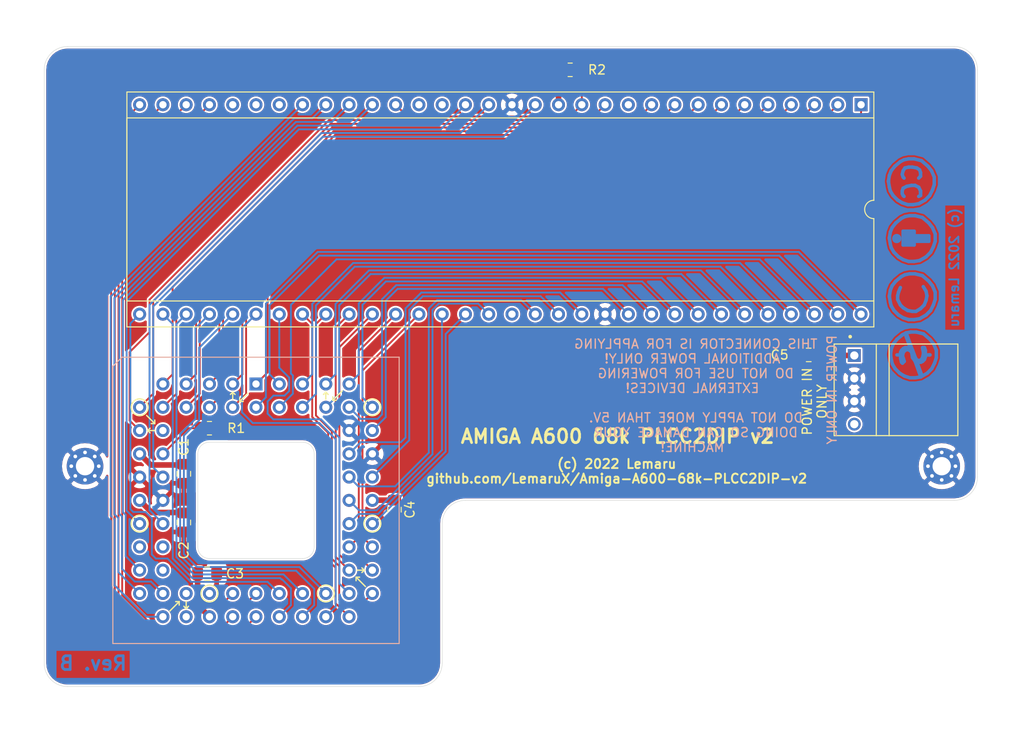
<source format=kicad_pcb>
(kicad_pcb (version 20171130) (host pcbnew "(5.1.12)-1")
  (title_block (title "Amiga A600 68k PLCC2DIP v2") (date 2022-01-03) (rev B) (comment 1 "Based on work by Kludge") (comment 2 "Design by Lemaru"))
  (layers (0 F.Cu signal) (1 In1.Cu mixed) (2 In2.Cu mixed) (31 B.Cu signal) (34 B.Paste user) (35 F.Paste user) (36 B.SilkS user) (37 F.SilkS user) (38 B.Mask user) (39 F.Mask user) (44 Edge.Cuts user))
  (net 0 "")
  (net 1 "Net-(R1-Pad1)")
  (net 2 "Net-(R2-Pad2)")
  (net 3 VCC)
  (net 4 /d13)
  (net 5 /d15)
  (net 6 /a22)
  (net 7 /a19)
  (net 8 /a17)
  (net 9 /a15)
  (net 10 /d12)
  (net 11 /d14)
  (net 12 /a23)
  (net 13 /a21)
  (net 14 /a20)
  (net 15 /a18)
  (net 16 /a16)
  (net 17 /a14)
  (net 18 /a12)
  (net 19 /a10)
  (net 20 /a8)
  (net 21 /a6)
  (net 22 /a4)
  (net 23 /a2)
  (net 24 /~ipl0)
  (net 25 /a13)
  (net 26 /a11)
  (net 27 /a9)
  (net 28 /a7)
  (net 29 /a5)
  (net 30 /a3)
  (net 31 /a1)
  (net 32 /~ipl1)
  (net 33 /~berr)
  (net 34 /~reset)
  (net 35 /~bgack)
  (net 36 /~dtack)
  (net 37 /~ipl2)
  (net 38 "Net-(U1-Pad23)")
  (net 39 /~halt)
  (net 40 /clk)
  (net 41 /d10)
  (net 42 /d8)
  (net 43 /d6)
  (net 44 /r~w)
  (net 45 /~uds)
  (net 46 /d0)
  (net 47 /d2)
  (net 48 /d4)
  (net 49 /d11)
  (net 50 /d9)
  (net 51 /d7)
  (net 52 /d5)
  (net 53 /~lds)
  (net 54 /~as)
  (net 55 /d1)
  (net 56 /d3)
  (net 57 GND)
  (net 58 "Net-(U1-Pad11)")
  (net 59 "Net-(U1-Pad21)")
  (net 60 "Net-(U1-Pad22)")
  (net 61 "Net-(U1-Pad28)")
  (net 62 "Net-(U1-Pad30)")
  (net 63 "Net-(U1-Pad29)")
  (net 64 "Net-(U2-Pad28)")
  (net 65 "Net-(U2-Pad27)")
  (net 66 "Net-(U2-Pad26)")
  (net 67 "Net-(U2-Pad20)")
  (net 68 "Net-(U2-Pad19)")
  (net 69 "Net-(U2-Pad11)")
  (net 70 "Net-(J1-Pad4)")
  (module Symbol:Symbol_CC-Noncommercial_CopperTop_Small (layer B.Cu) (at 201.295 108.585 270)
    (fp_text reference REF** hide)
    (fp_text value Symbol_CC-Noncommercial_CopperTop_Small hide)
    (fp_line (start 0 -1.30048) (end 0 -1.80086) (layer B.Cu) (width 0.381))
    (fp_line (start 0 -1.80086) (end 0 -1.69926) (layer B.Cu) (width 0.381))
    (fp_line (start 0 1.50114) (end 0 1.80086) (layer B.Cu) (width 0.381))
    (fp_line (start -2.4003 0.8001) (end 2.19964 -0.89916) (layer B.Cu) (width 0.381))
    (fp_line (start -2.30124 0.89916) (end 2.4003 -0.8001) (layer B.Cu) (width 0.381))
    (fp_line (start 0.89916 1.19888) (end 0.8001 1.30048) (layer B.Cu) (width 0.381))
    (fp_line (start 0.8001 1.30048) (end 0.39878 1.39954) (layer B.Cu) (width 0.381))
    (fp_line (start 0.39878 1.39954) (end -0.29972 1.39954) (layer B.Cu) (width 0.381))
    (fp_line (start -0.29972 1.39954) (end -0.50038 1.30048) (layer B.Cu) (width 0.381))
    (fp_line (start -0.50038 1.30048) (end -0.70104 1.09982) (layer B.Cu) (width 0.381))
    (fp_line (start -0.70104 1.09982) (end -0.8001 0.89916) (layer B.Cu) (width 0.381))
    (fp_line (start -0.8001 0.89916) (end -0.8001 0.59944) (layer B.Cu) (width 0.381))
    (fp_line (start -0.8001 0.59944) (end -0.70104 0.29972) (layer B.Cu) (width 0.381))
    (fp_line (start -0.70104 0.29972) (end -0.50038 0.09906) (layer B.Cu) (width 0.381))
    (fp_line (start -0.50038 0.09906) (end 0.29972 -0.20066) (layer B.Cu) (width 0.381))
    (fp_line (start 0.29972 -0.20066) (end 0.59944 -0.39878) (layer B.Cu) (width 0.381))
    (fp_line (start 0.59944 -0.39878) (end 0.59944 -0.8001) (layer B.Cu) (width 0.381))
    (fp_line (start 0.59944 -0.8001) (end 0.29972 -1.00076) (layer B.Cu) (width 0.381))
    (fp_line (start 0.29972 -1.00076) (end -0.20066 -1.09982) (layer B.Cu) (width 0.381))
    (fp_line (start -0.20066 -1.09982) (end -0.70104 -1.00076) (layer B.Cu) (width 0.381))
    (fp_line (start -0.70104 -1.00076) (end -0.8001 -1.00076) (layer B.Cu) (width 0.381))
    (fp_line (start -0.8001 -1.00076) (end -0.8001 -1.19888) (layer B.Cu) (width 0.381))
    (fp_line (start -0.8001 -1.19888) (end -0.50038 -1.30048) (layer B.Cu) (width 0.381))
    (fp_line (start -0.50038 -1.30048) (end 0.20066 -1.30048) (layer B.Cu) (width 0.381))
    (fp_line (start 0.20066 -1.30048) (end 0.50038 -1.19888) (layer B.Cu) (width 0.381))
    (fp_line (start 0.50038 -1.19888) (end 0.70104 -1.00076) (layer B.Cu) (width 0.381))
    (fp_line (start 0.70104 -1.00076) (end 0.8001 -0.8001) (layer B.Cu) (width 0.381))
    (fp_line (start 0.8001 -0.8001) (end 0.8001 -0.50038) (layer B.Cu) (width 0.381))
    (fp_line (start 0.8001 -0.50038) (end 0.70104 -0.20066) (layer B.Cu) (width 0.381))
    (fp_line (start 0.70104 -0.20066) (end 0.29972 0.09906) (layer B.Cu) (width 0.381))
    (fp_line (start 0.29972 0.09906) (end -0.29972 0.20066) (layer B.Cu) (width 0.381))
    (fp_line (start -0.29972 0.20066) (end -0.50038 0.39878) (layer B.Cu) (width 0.381))
    (fp_line (start -0.50038 0.39878) (end -0.59944 0.70104) (layer B.Cu) (width 0.381))
    (fp_line (start -0.59944 0.70104) (end -0.50038 0.89916) (layer B.Cu) (width 0.381))
    (fp_line (start -0.50038 0.89916) (end -0.29972 1.09982) (layer B.Cu) (width 0.381))
    (fp_line (start -0.29972 1.09982) (end 0.09906 1.19888) (layer B.Cu) (width 0.381))
    (fp_line (start 0.09906 1.19888) (end 0.39878 1.09982) (layer B.Cu) (width 0.381))
    (fp_line (start 0.39878 1.09982) (end 0.70104 1.00076) (layer B.Cu) (width 0.381))
    (fp_line (start 0.70104 1.00076) (end 0.89916 1.19888) (layer B.Cu) (width 0.381))
    (fp_line (start 0 2.49936) (end -0.09906 2.49936) (layer B.Cu) (width 0.381))
    (fp_line (start -0.09906 2.49936) (end -0.70104 2.4003) (layer B.Cu) (width 0.381))
    (fp_line (start -0.70104 2.4003) (end -1.19888 2.19964) (layer B.Cu) (width 0.381))
    (fp_line (start -1.19888 2.19964) (end -1.69926 1.80086) (layer B.Cu) (width 0.381))
    (fp_line (start -1.69926 1.80086) (end -2.19964 1.19888) (layer B.Cu) (width 0.381))
    (fp_line (start -2.19964 1.19888) (end -2.4003 0.8001) (layer B.Cu) (width 0.381))
    (fp_line (start -2.4003 0.8001) (end -2.49936 0.29972) (layer B.Cu) (width 0.381))
    (fp_line (start -2.49936 0.29972) (end -2.49936 -0.29972) (layer B.Cu) (width 0.381))
    (fp_line (start -2.49936 -0.29972) (end -2.30124 -1.09982) (layer B.Cu) (width 0.381))
    (fp_line (start -2.30124 -1.09982) (end -1.69926 -1.80086) (layer B.Cu) (width 0.381))
    (fp_line (start -1.69926 -1.80086) (end -1.19888 -2.19964) (layer B.Cu) (width 0.381))
    (fp_line (start -1.19888 -2.19964) (end -0.50038 -2.49936) (layer B.Cu) (width 0.381))
    (fp_line (start -0.50038 -2.49936) (end 0.29972 -2.49936) (layer B.Cu) (width 0.381))
    (fp_line (start 0.29972 -2.49936) (end 0.89916 -2.30124) (layer B.Cu) (width 0.381))
    (fp_line (start 0.89916 -2.30124) (end 1.50114 -1.99898) (layer B.Cu) (width 0.381))
    (fp_line (start 1.50114 -1.99898) (end 1.99898 -1.50114) (layer B.Cu) (width 0.381))
    (fp_line (start 1.99898 -1.50114) (end 2.4003 -0.8001) (layer B.Cu) (width 0.381))
    (fp_line (start 2.4003 -0.8001) (end 2.49936 -0.20066) (layer B.Cu) (width 0.381))
    (fp_line (start 2.49936 -0.20066) (end 2.49936 0.39878) (layer B.Cu) (width 0.381))
    (fp_line (start 2.49936 0.39878) (end 2.30124 1.00076) (layer B.Cu) (width 0.381))
    (fp_line (start 2.30124 1.00076) (end 1.99898 1.50114) (layer B.Cu) (width 0.381))
    (fp_line (start 1.99898 1.50114) (end 1.50114 1.99898) (layer B.Cu) (width 0.381))
    (fp_line (start 1.50114 1.99898) (end 1.00076 2.30124) (layer B.Cu) (width 0.381))
    (fp_line (start 1.00076 2.30124) (end 0.59944 2.4003) (layer B.Cu) (width 0.381))
    (fp_line (start 0.59944 2.4003) (end 0 2.49936) (layer B.Cu) (width 0.381))
  )
  (module "A600 68k PLCC to DIP64 v2:PLCC-68_THT-SocketUpsideDown" (layer F.Cu) (at 129.54 111.76)
    (fp_text reference U1 hide)
    (fp_text value MC68000_PLCC68)
    (pad 2 thru_hole circle (at -2.54 2.54) (size 1.4224 1.4224) (drill 0.8) (layers *.Cu *.Mask) (net 56 /d3))
    (pad 4 thru_hole circle (at -5.08 2.54) (size 1.4224 1.4224) (drill 0.8) (layers *.Cu *.Mask) (net 55 /d1))
    (pad 6 thru_hole circle (at -7.62 2.54) (size 1.4224 1.4224) (drill 0.8) (layers *.Cu *.Mask) (net 54 /~as))
    (pad 8 thru_hole circle (at -10.16 2.54) (size 1.4224 1.4224) (drill 0.8) (layers *.Cu *.Mask) (net 53 /~lds))
    (pad 68 thru_hole circle (at 0 2.54) (size 1.4224 1.4224) (drill 0.8) (layers *.Cu *.Mask) (net 52 /d5))
    (pad 66 thru_hole circle (at 2.54 2.54) (size 1.4224 1.4224) (drill 0.8) (layers *.Cu *.Mask) (net 51 /d7))
    (pad 64 thru_hole circle (at 5.08 2.54) (size 1.4224 1.4224) (drill 0.8) (layers *.Cu *.Mask) (net 50 /d9))
    (pad 62 thru_hole circle (at 7.62 2.54) (size 1.4224 1.4224) (drill 0.8) (layers *.Cu *.Mask) (net 49 /d11))
    (pad 1 thru_hole rect (at 0 0) (size 1.4224 1.4224) (drill 0.8) (layers *.Cu *.Mask) (net 48 /d4))
    (pad 3 thru_hole circle (at -2.54 0) (size 1.4224 1.4224) (drill 0.8) (layers *.Cu *.Mask) (net 47 /d2))
    (pad 5 thru_hole circle (at -5.08 0) (size 1.4224 1.4224) (drill 0.8) (layers *.Cu *.Mask) (net 46 /d0))
    (pad 7 thru_hole circle (at -7.62 0) (size 1.4224 1.4224) (drill 0.8) (layers *.Cu *.Mask) (net 45 /~uds))
    (pad 9 thru_hole circle (at -10.16 0) (size 1.4224 1.4224) (drill 0.8) (layers *.Cu *.Mask) (net 44 /r~w))
    (pad 67 thru_hole circle (at 2.54 0) (size 1.4224 1.4224) (drill 0.8) (layers *.Cu *.Mask) (net 43 /d6))
    (pad 65 thru_hole circle (at 5.08 0) (size 1.4224 1.4224) (drill 0.8) (layers *.Cu *.Mask) (net 42 /d8))
    (pad 63 thru_hole circle (at 7.62 0) (size 1.4224 1.4224) (drill 0.8) (layers *.Cu *.Mask) (net 41 /d10))
    (pad 11 thru_hole circle (at -10.16 5.08) (size 1.4224 1.4224) (drill 0.8) (layers *.Cu *.Mask) (net 58 "Net-(U1-Pad11)"))
    (pad 13 thru_hole circle (at -10.16 7.62) (size 1.4224 1.4224) (drill 0.8) (layers *.Cu *.Mask) (net 1 "Net-(R1-Pad1)"))
    (pad 15 thru_hole circle (at -10.16 10.16) (size 1.4224 1.4224) (drill 0.8) (layers *.Cu *.Mask) (net 40 /clk))
    (pad 17 thru_hole circle (at -10.16 12.7) (size 1.4224 1.4224) (drill 0.8) (layers *.Cu *.Mask) (net 57 GND))
    (pad 19 thru_hole circle (at -10.16 15.24) (size 1.4224 1.4224) (drill 0.8) (layers *.Cu *.Mask) (net 39 /~halt))
    (pad 21 thru_hole circle (at -10.16 17.78) (size 1.4224 1.4224) (drill 0.8) (layers *.Cu *.Mask) (net 59 "Net-(U1-Pad21)"))
    (pad 23 thru_hole circle (at -10.16 20.32) (size 1.4224 1.4224) (drill 0.8) (layers *.Cu *.Mask) (net 38 "Net-(U1-Pad23)"))
    (pad 25 thru_hole circle (at -10.16 22.86) (size 1.4224 1.4224) (drill 0.8) (layers *.Cu *.Mask) (net 37 /~ipl2))
    (pad 10 thru_hole circle (at -12.7 2.54) (size 1.4224 1.4224) (drill 0.8) (layers *.Cu *.Mask) (net 36 /~dtack))
    (pad 12 thru_hole circle (at -12.7 5.08) (size 1.4224 1.4224) (drill 0.8) (layers *.Cu *.Mask) (net 35 /~bgack))
    (pad 14 thru_hole circle (at -12.7 7.62) (size 1.4224 1.4224) (drill 0.8) (layers *.Cu *.Mask) (net 3 VCC))
    (pad 16 thru_hole circle (at -12.7 10.16) (size 1.4224 1.4224) (drill 0.8) (layers *.Cu *.Mask) (net 57 GND))
    (pad 18 thru_hole circle (at -12.7 12.7) (size 1.4224 1.4224) (drill 0.8) (layers *.Cu *.Mask) (net 3 VCC))
    (pad 20 thru_hole circle (at -12.7 15.24) (size 1.4224 1.4224) (drill 0.8) (layers *.Cu *.Mask) (net 34 /~reset))
    (pad 22 thru_hole circle (at -12.7 17.78) (size 1.4224 1.4224) (drill 0.8) (layers *.Cu *.Mask) (net 60 "Net-(U1-Pad22)"))
    (pad 24 thru_hole circle (at -12.7 20.32) (size 1.4224 1.4224) (drill 0.8) (layers *.Cu *.Mask) (net 33 /~berr))
    (pad 26 thru_hole circle (at -12.7 22.86) (size 1.4224 1.4224) (drill 0.8) (layers *.Cu *.Mask) (net 32 /~ipl1))
    (pad 28 thru_hole circle (at -7.62 22.86) (size 1.4224 1.4224) (drill 0.8) (layers *.Cu *.Mask) (net 61 "Net-(U1-Pad28)"))
    (pad 30 thru_hole circle (at -5.08 22.86) (size 1.4224 1.4224) (drill 0.8) (layers *.Cu *.Mask) (net 62 "Net-(U1-Pad30)"))
    (pad 32 thru_hole circle (at -2.54 22.86) (size 1.4224 1.4224) (drill 0.8) (layers *.Cu *.Mask) (net 31 /a1))
    (pad 34 thru_hole circle (at 0 22.86) (size 1.4224 1.4224) (drill 0.8) (layers *.Cu *.Mask) (net 30 /a3))
    (pad 36 thru_hole circle (at 2.54 22.86) (size 1.4224 1.4224) (drill 0.8) (layers *.Cu *.Mask) (net 29 /a5))
    (pad 38 thru_hole circle (at 5.08 22.86) (size 1.4224 1.4224) (drill 0.8) (layers *.Cu *.Mask) (net 28 /a7))
    (pad 40 thru_hole circle (at 7.62 22.86) (size 1.4224 1.4224) (drill 0.8) (layers *.Cu *.Mask) (net 27 /a9))
    (pad 42 thru_hole circle (at 10.16 22.86) (size 1.4224 1.4224) (drill 0.8) (layers *.Cu *.Mask) (net 26 /a11))
    (pad 44 thru_hole circle (at 12.7 22.86) (size 1.4224 1.4224) (drill 0.8) (layers *.Cu *.Mask) (net 25 /a13))
    (pad 27 thru_hole circle (at -10.16 25.4) (size 1.4224 1.4224) (drill 0.8) (layers *.Cu *.Mask) (net 24 /~ipl0))
    (pad 29 thru_hole circle (at -7.62 25.4) (size 1.4224 1.4224) (drill 0.8) (layers *.Cu *.Mask) (net 63 "Net-(U1-Pad29)"))
    (pad 31 thru_hole circle (at -5.08 25.4) (size 1.4224 1.4224) (drill 0.8) (layers *.Cu *.Mask) (net 3 VCC))
    (pad 33 thru_hole circle (at -2.54 25.4) (size 1.4224 1.4224) (drill 0.8) (layers *.Cu *.Mask) (net 23 /a2))
    (pad 35 thru_hole circle (at 0 25.4) (size 1.4224 1.4224) (drill 0.8) (layers *.Cu *.Mask) (net 22 /a4))
    (pad 37 thru_hole circle (at 2.54 25.4) (size 1.4224 1.4224) (drill 0.8) (layers *.Cu *.Mask) (net 21 /a6))
    (pad 39 thru_hole circle (at 5.08 25.4) (size 1.4224 1.4224) (drill 0.8) (layers *.Cu *.Mask) (net 20 /a8))
    (pad 41 thru_hole circle (at 7.62 25.4) (size 1.4224 1.4224) (drill 0.8) (layers *.Cu *.Mask) (net 19 /a10))
    (pad 43 thru_hole circle (at 10.16 25.4) (size 1.4224 1.4224) (drill 0.8) (layers *.Cu *.Mask) (net 18 /a12))
    (pad 45 thru_hole circle (at 10.16 20.32) (size 1.4224 1.4224) (drill 0.8) (layers *.Cu *.Mask) (net 17 /a14))
    (pad 47 thru_hole circle (at 10.16 17.78) (size 1.4224 1.4224) (drill 0.8) (layers *.Cu *.Mask) (net 16 /a16))
    (pad 49 thru_hole circle (at 10.16 15.24) (size 1.4224 1.4224) (drill 0.8) (layers *.Cu *.Mask) (net 15 /a18))
    (pad 51 thru_hole circle (at 10.16 12.7) (size 1.4224 1.4224) (drill 0.8) (layers *.Cu *.Mask) (net 14 /a20))
    (pad 53 thru_hole circle (at 10.16 10.16) (size 1.4224 1.4224) (drill 0.8) (layers *.Cu *.Mask) (net 13 /a21))
    (pad 55 thru_hole circle (at 10.16 7.62) (size 1.4224 1.4224) (drill 0.8) (layers *.Cu *.Mask) (net 12 /a23))
    (pad 57 thru_hole circle (at 10.16 5.08) (size 1.4224 1.4224) (drill 0.8) (layers *.Cu *.Mask) (net 57 GND))
    (pad 59 thru_hole circle (at 10.16 2.54) (size 1.4224 1.4224) (drill 0.8) (layers *.Cu *.Mask) (net 11 /d14))
    (pad 61 thru_hole circle (at 10.16 0) (size 1.4224 1.4224) (drill 0.8) (layers *.Cu *.Mask) (net 10 /d12))
    (pad 46 thru_hole circle (at 12.7 20.32) (size 1.4224 1.4224) (drill 0.8) (layers *.Cu *.Mask) (net 9 /a15))
    (pad 48 thru_hole circle (at 12.7 17.78) (size 1.4224 1.4224) (drill 0.8) (layers *.Cu *.Mask) (net 8 /a17))
    (pad 50 thru_hole circle (at 12.7 15.24) (size 1.4224 1.4224) (drill 0.8) (layers *.Cu *.Mask) (net 7 /a19))
    (pad 52 thru_hole circle (at 12.7 12.7) (size 1.4224 1.4224) (drill 0.8) (layers *.Cu *.Mask) (net 3 VCC))
    (pad 54 thru_hole circle (at 12.7 10.16) (size 1.4224 1.4224) (drill 0.8) (layers *.Cu *.Mask) (net 6 /a22))
    (pad 56 thru_hole circle (at 12.7 7.62) (size 1.4224 1.4224) (drill 0.8) (layers *.Cu *.Mask) (net 57 GND))
    (pad 58 thru_hole circle (at 12.7 5.08) (size 1.4224 1.4224) (drill 0.8) (layers *.Cu *.Mask) (net 5 /d15))
    (pad 60 thru_hole circle (at 12.7 2.54) (size 1.4224 1.4224) (drill 0.8) (layers *.Cu *.Mask) (net 4 /d13))
  )
  (module Symbol:Symbol_CC-ShareAlike_CopperTop_Small (layer B.Cu) (at 201.168 102.235 270)
    (fp_text reference REF** hide)
    (fp_text value Symbol_CC-ShareAlike_CopperTop_Small hide)
    (fp_line (start 0.59944 2.4003) (end 0 2.49936) (layer B.Cu) (width 0.381))
    (fp_line (start 1.00076 2.30124) (end 0.59944 2.4003) (layer B.Cu) (width 0.381))
    (fp_line (start 1.50114 1.99898) (end 1.00076 2.30124) (layer B.Cu) (width 0.381))
    (fp_line (start 1.99898 1.50114) (end 1.50114 1.99898) (layer B.Cu) (width 0.381))
    (fp_line (start 2.30124 1.00076) (end 1.99898 1.50114) (layer B.Cu) (width 0.381))
    (fp_line (start 2.49936 0.39878) (end 2.30124 1.00076) (layer B.Cu) (width 0.381))
    (fp_line (start 2.49936 -0.20066) (end 2.49936 0.39878) (layer B.Cu) (width 0.381))
    (fp_line (start 2.4003 -0.8001) (end 2.49936 -0.20066) (layer B.Cu) (width 0.381))
    (fp_line (start 1.99898 -1.50114) (end 2.4003 -0.8001) (layer B.Cu) (width 0.381))
    (fp_line (start 1.50114 -1.99898) (end 1.99898 -1.50114) (layer B.Cu) (width 0.381))
    (fp_line (start 0.89916 -2.30124) (end 1.50114 -1.99898) (layer B.Cu) (width 0.381))
    (fp_line (start 0.29972 -2.49936) (end 0.89916 -2.30124) (layer B.Cu) (width 0.381))
    (fp_line (start -0.50038 -2.49936) (end 0.29972 -2.49936) (layer B.Cu) (width 0.381))
    (fp_line (start -1.19888 -2.19964) (end -0.50038 -2.49936) (layer B.Cu) (width 0.381))
    (fp_line (start -1.69926 -1.80086) (end -1.19888 -2.19964) (layer B.Cu) (width 0.381))
    (fp_line (start -2.30124 -1.09982) (end -1.69926 -1.80086) (layer B.Cu) (width 0.381))
    (fp_line (start -2.49936 -0.29972) (end -2.30124 -1.09982) (layer B.Cu) (width 0.381))
    (fp_line (start -2.49936 0.29972) (end -2.49936 -0.29972) (layer B.Cu) (width 0.381))
    (fp_line (start -2.4003 0.8001) (end -2.49936 0.29972) (layer B.Cu) (width 0.381))
    (fp_line (start -2.19964 1.19888) (end -2.4003 0.8001) (layer B.Cu) (width 0.381))
    (fp_line (start -1.69926 1.80086) (end -2.19964 1.19888) (layer B.Cu) (width 0.381))
    (fp_line (start -1.19888 2.19964) (end -1.69926 1.80086) (layer B.Cu) (width 0.381))
    (fp_line (start -0.70104 2.4003) (end -1.19888 2.19964) (layer B.Cu) (width 0.381))
    (fp_line (start -0.09906 2.49936) (end -0.70104 2.4003) (layer B.Cu) (width 0.381))
    (fp_line (start 0 2.49936) (end -0.09906 2.49936) (layer B.Cu) (width 0.381))
    (fp_line (start -0.50038 1.50114) (end -1.00076 1.30048) (layer B.Cu) (width 0.381))
    (fp_line (start -0.09906 1.6002) (end -0.50038 1.50114) (layer B.Cu) (width 0.381))
    (fp_line (start 0.29972 1.6002) (end -0.09906 1.6002) (layer B.Cu) (width 0.381))
    (fp_line (start 0.89916 1.30048) (end 0.29972 1.6002) (layer B.Cu) (width 0.381))
    (fp_line (start 1.19888 1.00076) (end 0.89916 1.30048) (layer B.Cu) (width 0.381))
    (fp_line (start 1.50114 0.50038) (end 1.19888 1.00076) (layer B.Cu) (width 0.381))
    (fp_line (start 1.6002 0) (end 1.50114 0.50038) (layer B.Cu) (width 0.381))
    (fp_line (start 1.6002 -0.39878) (end 1.6002 0) (layer B.Cu) (width 0.381))
    (fp_line (start 1.30048 -0.89916) (end 1.6002 -0.39878) (layer B.Cu) (width 0.381))
    (fp_line (start 0.89916 -1.30048) (end 1.30048 -0.89916) (layer B.Cu) (width 0.381))
    (fp_line (start 0.39878 -1.50114) (end 0.89916 -1.30048) (layer B.Cu) (width 0.381))
    (fp_line (start -0.09906 -1.6002) (end 0.39878 -1.50114) (layer B.Cu) (width 0.381))
    (fp_line (start -0.59944 -1.50114) (end -0.09906 -1.6002) (layer B.Cu) (width 0.381))
    (fp_line (start -1.09982 -1.19888) (end -0.59944 -1.50114) (layer B.Cu) (width 0.381))
  )
  (module Symbol:Symbol_CC-Attribution_CopperTop_Small (layer B.Cu) (at 201.168 95.885 270)
    (fp_text reference REF** hide)
    (fp_text value Symbol_CC-Attribution_CopperTop_Small hide)
    (fp_line (start 0.59944 2.4003) (end 0 2.49936) (layer B.Cu) (width 0.381))
    (fp_line (start 1.00076 2.30124) (end 0.59944 2.4003) (layer B.Cu) (width 0.381))
    (fp_line (start 1.50114 1.99898) (end 1.00076 2.30124) (layer B.Cu) (width 0.381))
    (fp_line (start 1.99898 1.50114) (end 1.50114 1.99898) (layer B.Cu) (width 0.381))
    (fp_line (start 2.30124 1.00076) (end 1.99898 1.50114) (layer B.Cu) (width 0.381))
    (fp_line (start 2.49936 0.39878) (end 2.30124 1.00076) (layer B.Cu) (width 0.381))
    (fp_line (start 2.49936 -0.20066) (end 2.49936 0.39878) (layer B.Cu) (width 0.381))
    (fp_line (start 2.4003 -0.8001) (end 2.49936 -0.20066) (layer B.Cu) (width 0.381))
    (fp_line (start 1.99898 -1.50114) (end 2.4003 -0.8001) (layer B.Cu) (width 0.381))
    (fp_line (start 1.50114 -1.99898) (end 1.99898 -1.50114) (layer B.Cu) (width 0.381))
    (fp_line (start 0.89916 -2.30124) (end 1.50114 -1.99898) (layer B.Cu) (width 0.381))
    (fp_line (start 0.29972 -2.49936) (end 0.89916 -2.30124) (layer B.Cu) (width 0.381))
    (fp_line (start -0.50038 -2.49936) (end 0.29972 -2.49936) (layer B.Cu) (width 0.381))
    (fp_line (start -1.19888 -2.19964) (end -0.50038 -2.49936) (layer B.Cu) (width 0.381))
    (fp_line (start -1.69926 -1.80086) (end -1.19888 -2.19964) (layer B.Cu) (width 0.381))
    (fp_line (start -2.30124 -1.09982) (end -1.69926 -1.80086) (layer B.Cu) (width 0.381))
    (fp_line (start -2.49936 -0.29972) (end -2.30124 -1.09982) (layer B.Cu) (width 0.381))
    (fp_line (start -2.49936 0.29972) (end -2.49936 -0.29972) (layer B.Cu) (width 0.381))
    (fp_line (start -2.4003 0.8001) (end -2.49936 0.29972) (layer B.Cu) (width 0.381))
    (fp_line (start -2.19964 1.19888) (end -2.4003 0.8001) (layer B.Cu) (width 0.381))
    (fp_line (start -1.69926 1.80086) (end -2.19964 1.19888) (layer B.Cu) (width 0.381))
    (fp_line (start -1.19888 2.19964) (end -1.69926 1.80086) (layer B.Cu) (width 0.381))
    (fp_line (start -0.70104 2.4003) (end -1.19888 2.19964) (layer B.Cu) (width 0.381))
    (fp_line (start -0.09906 2.49936) (end -0.70104 2.4003) (layer B.Cu) (width 0.381))
    (fp_line (start 0 2.49936) (end -0.09906 2.49936) (layer B.Cu) (width 0.381))
    (fp_circle (center 0 1.69926) (end 0.09906 1.39954) (layer B.Cu) (width 0.381))
    (fp_line (start -0.8001 -0.20066) (end -0.8001 1.00076) (layer B.Cu) (width 0.381))
    (fp_line (start 0.70104 -0.20066) (end -0.8001 -0.20066) (layer B.Cu) (width 0.381))
    (fp_line (start 0.70104 1.00076) (end 0.70104 -0.20066) (layer B.Cu) (width 0.381))
    (fp_line (start -0.8001 1.00076) (end 0.70104 1.00076) (layer B.Cu) (width 0.381))
    (fp_line (start -0.29972 -1.80086) (end 0.20066 -1.80086) (layer B.Cu) (width 0.381))
    (fp_line (start -0.29972 -0.29972) (end -0.29972 -1.80086) (layer B.Cu) (width 0.381))
    (fp_line (start 0.29972 -1.80086) (end 0.29972 -0.20066) (layer B.Cu) (width 0.381))
    (fp_line (start 0.09906 -1.80086) (end 0.29972 -1.80086) (layer B.Cu) (width 0.381))
    (fp_line (start 0 -0.29972) (end 0 -1.6002) (layer B.Cu) (width 0.381))
    (fp_line (start -0.8001 0.09906) (end 0.50038 0.09906) (layer B.Cu) (width 0.381))
    (fp_line (start 0.50038 0.39878) (end -0.70104 0.39878) (layer B.Cu) (width 0.381))
    (fp_line (start -0.70104 0.70104) (end 0.59944 0.70104) (layer B.Cu) (width 0.381))
    (fp_line (start 0 1.89992) (end 0 1.50114) (layer B.Cu) (width 0.381))
  )
  (module Symbol:Symbol_CreativeCommons_CopperTop_Type2_Small (layer B.Cu) (at 201.168 89.535 270)
    (fp_text reference REF** hide)
    (fp_text value Symbol_CreativeCommons_CopperTop_Type2_Small hide)
    (fp_line (start 0.74944 2.5003) (end 0.15 2.59936) (layer B.Cu) (width 0.381))
    (fp_line (start 1.15076 2.40124) (end 0.74944 2.5003) (layer B.Cu) (width 0.381))
    (fp_line (start 1.65114 2.09898) (end 1.15076 2.40124) (layer B.Cu) (width 0.381))
    (fp_line (start 2.14898 1.60114) (end 1.65114 2.09898) (layer B.Cu) (width 0.381))
    (fp_line (start 2.45124 1.10076) (end 2.14898 1.60114) (layer B.Cu) (width 0.381))
    (fp_line (start 2.64936 0.49878) (end 2.45124 1.10076) (layer B.Cu) (width 0.381))
    (fp_line (start 2.64936 -0.10066) (end 2.64936 0.49878) (layer B.Cu) (width 0.381))
    (fp_line (start 2.5503 -0.7001) (end 2.64936 -0.10066) (layer B.Cu) (width 0.381))
    (fp_line (start 2.14898 -1.40114) (end 2.5503 -0.7001) (layer B.Cu) (width 0.381))
    (fp_line (start 1.65114 -1.89898) (end 2.14898 -1.40114) (layer B.Cu) (width 0.381))
    (fp_line (start 1.04916 -2.20124) (end 1.65114 -1.89898) (layer B.Cu) (width 0.381))
    (fp_line (start 0.44972 -2.39936) (end 1.04916 -2.20124) (layer B.Cu) (width 0.381))
    (fp_line (start -0.35038 -2.39936) (end 0.44972 -2.39936) (layer B.Cu) (width 0.381))
    (fp_line (start -1.04888 -2.09964) (end -0.35038 -2.39936) (layer B.Cu) (width 0.381))
    (fp_line (start -1.54926 -1.70086) (end -1.04888 -2.09964) (layer B.Cu) (width 0.381))
    (fp_line (start -2.15124 -0.99982) (end -1.54926 -1.70086) (layer B.Cu) (width 0.381))
    (fp_line (start -2.34936 -0.19972) (end -2.15124 -0.99982) (layer B.Cu) (width 0.381))
    (fp_line (start -2.34936 0.39972) (end -2.34936 -0.19972) (layer B.Cu) (width 0.381))
    (fp_line (start -2.2503 0.9001) (end -2.34936 0.39972) (layer B.Cu) (width 0.381))
    (fp_line (start -2.04964 1.29888) (end -2.2503 0.9001) (layer B.Cu) (width 0.381))
    (fp_line (start -1.54926 1.90086) (end -2.04964 1.29888) (layer B.Cu) (width 0.381))
    (fp_line (start -1.04888 2.29964) (end -1.54926 1.90086) (layer B.Cu) (width 0.381))
    (fp_line (start -0.55104 2.5003) (end -1.04888 2.29964) (layer B.Cu) (width 0.381))
    (fp_line (start 0.05094 2.59936) (end -0.55104 2.5003) (layer B.Cu) (width 0.381))
    (fp_line (start 0.15 2.59936) (end 0.05094 2.59936) (layer B.Cu) (width 0.381))
    (fp_line (start -0.44944 -0.90076) (end -0.24878 -0.7001) (layer B.Cu) (width 0.381))
    (fp_line (start -0.85076 -0.90076) (end -0.44944 -0.90076) (layer B.Cu) (width 0.381))
    (fp_line (start -1.15048 -0.79916) (end -0.85076 -0.90076) (layer B.Cu) (width 0.381))
    (fp_line (start -1.35114 -0.49944) (end -1.15048 -0.79916) (layer B.Cu) (width 0.381))
    (fp_line (start -1.4502 0.00094) (end -1.35114 -0.49944) (layer B.Cu) (width 0.381))
    (fp_line (start -1.4502 0.39972) (end -1.4502 0.00094) (layer B.Cu) (width 0.381))
    (fp_line (start -1.35114 0.80104) (end -1.4502 0.39972) (layer B.Cu) (width 0.381))
    (fp_line (start -1.04888 0.99916) (end -1.35114 0.80104) (layer B.Cu) (width 0.381))
    (fp_line (start -0.6501 1.10076) (end -1.04888 0.99916) (layer B.Cu) (width 0.381))
    (fp_line (start -0.35038 0.99916) (end -0.6501 1.10076) (layer B.Cu) (width 0.381))
    (fp_line (start -0.24878 0.9001) (end -0.35038 0.99916) (layer B.Cu) (width 0.381))
    (fp_line (start 1.65114 -0.90076) (end 1.7502 -0.7001) (layer B.Cu) (width 0.381))
    (fp_line (start 1.34888 -0.90076) (end 1.65114 -0.90076) (layer B.Cu) (width 0.381))
    (fp_line (start 1.15076 -0.90076) (end 1.34888 -0.90076) (layer B.Cu) (width 0.381))
    (fp_line (start 0.74944 -0.7001) (end 1.15076 -0.90076) (layer B.Cu) (width 0.381))
    (fp_line (start 0.54878 -0.29878) (end 0.74944 -0.7001) (layer B.Cu) (width 0.381))
    (fp_line (start 0.54878 0.1) (end 0.54878 -0.29878) (layer B.Cu) (width 0.381))
    (fp_line (start 0.65038 0.60038) (end 0.54878 0.1) (layer B.Cu) (width 0.381))
    (fp_line (start 0.85104 0.99916) (end 0.65038 0.60038) (layer B.Cu) (width 0.381))
    (fp_line (start 1.15076 1.10076) (end 0.85104 0.99916) (layer B.Cu) (width 0.381))
    (fp_line (start 1.45048 1.10076) (end 1.15076 1.10076) (layer B.Cu) (width 0.381))
    (fp_line (start 1.65114 0.99916) (end 1.45048 1.10076) (layer B.Cu) (width 0.381))
    (fp_line (start 1.7502 0.9001) (end 1.65114 0.99916) (layer B.Cu) (width 0.381))
  )
  (module "A600 68k PLCC to DIP64 v2:DIP-64_W22.86mm_Socket_ThinRoundPads_IC" (layer F.Cu) (at 195.58 81.28 270)
    (fp_text reference U2)
    (fp_text value 68000_SOCKET)
    (pad 64 thru_hole circle (at 22.86 0 270) (size 1.4224 1.4224) (drill 0.8) (layers *.Cu *.Mask) (net 52 /d5))
    (pad 32 thru_hole circle (at 0 78.74 270) (size 1.4224 1.4224) (drill 0.8) (layers *.Cu *.Mask) (net 22 /a4))
    (pad 63 thru_hole circle (at 22.86 2.54 270) (size 1.4224 1.4224) (drill 0.8) (layers *.Cu *.Mask) (net 43 /d6))
    (pad 31 thru_hole circle (at 0 76.2 270) (size 1.4224 1.4224) (drill 0.8) (layers *.Cu *.Mask) (net 30 /a3))
    (pad 62 thru_hole circle (at 22.86 5.08 270) (size 1.4224 1.4224) (drill 0.8) (layers *.Cu *.Mask) (net 51 /d7))
    (pad 30 thru_hole circle (at 0 73.66 270) (size 1.4224 1.4224) (drill 0.8) (layers *.Cu *.Mask) (net 23 /a2))
    (pad 61 thru_hole circle (at 22.86 7.62 270) (size 1.4224 1.4224) (drill 0.8) (layers *.Cu *.Mask) (net 42 /d8))
    (pad 29 thru_hole circle (at 0 71.12 270) (size 1.4224 1.4224) (drill 0.8) (layers *.Cu *.Mask) (net 31 /a1))
    (pad 60 thru_hole circle (at 22.86 10.16 270) (size 1.4224 1.4224) (drill 0.8) (layers *.Cu *.Mask) (net 50 /d9))
    (pad 28 thru_hole circle (at 0 68.58 270) (size 1.4224 1.4224) (drill 0.8) (layers *.Cu *.Mask) (net 64 "Net-(U2-Pad28)"))
    (pad 59 thru_hole circle (at 22.86 12.7 270) (size 1.4224 1.4224) (drill 0.8) (layers *.Cu *.Mask) (net 41 /d10))
    (pad 27 thru_hole circle (at 0 66.04 270) (size 1.4224 1.4224) (drill 0.8) (layers *.Cu *.Mask) (net 65 "Net-(U2-Pad27)"))
    (pad 58 thru_hole circle (at 22.86 15.24 270) (size 1.4224 1.4224) (drill 0.8) (layers *.Cu *.Mask) (net 49 /d11))
    (pad 26 thru_hole circle (at 0 63.5 270) (size 1.4224 1.4224) (drill 0.8) (layers *.Cu *.Mask) (net 66 "Net-(U2-Pad26)"))
    (pad 57 thru_hole circle (at 22.86 17.78 270) (size 1.4224 1.4224) (drill 0.8) (layers *.Cu *.Mask) (net 10 /d12))
    (pad 25 thru_hole circle (at 0 60.96 270) (size 1.4224 1.4224) (drill 0.8) (layers *.Cu *.Mask) (net 24 /~ipl0))
    (pad 56 thru_hole circle (at 22.86 20.32 270) (size 1.4224 1.4224) (drill 0.8) (layers *.Cu *.Mask) (net 4 /d13))
    (pad 24 thru_hole circle (at 0 58.42 270) (size 1.4224 1.4224) (drill 0.8) (layers *.Cu *.Mask) (net 32 /~ipl1))
    (pad 55 thru_hole circle (at 22.86 22.86 270) (size 1.4224 1.4224) (drill 0.8) (layers *.Cu *.Mask) (net 11 /d14))
    (pad 23 thru_hole circle (at 0 55.88 270) (size 1.4224 1.4224) (drill 0.8) (layers *.Cu *.Mask) (net 37 /~ipl2))
    (pad 54 thru_hole circle (at 22.86 25.4 270) (size 1.4224 1.4224) (drill 0.8) (layers *.Cu *.Mask) (net 5 /d15))
    (pad 22 thru_hole circle (at 0 53.34 270) (size 1.4224 1.4224) (drill 0.8) (layers *.Cu *.Mask) (net 33 /~berr))
    (pad 53 thru_hole circle (at 22.86 27.94 270) (size 1.4224 1.4224) (drill 0.8) (layers *.Cu *.Mask) (net 57 GND))
    (pad 21 thru_hole circle (at 0 50.8 270) (size 1.4224 1.4224) (drill 0.8) (layers *.Cu *.Mask) (net 2 "Net-(R2-Pad2)"))
    (pad 52 thru_hole circle (at 22.86 30.48 270) (size 1.4224 1.4224) (drill 0.8) (layers *.Cu *.Mask) (net 12 /a23))
    (pad 20 thru_hole circle (at 0 48.26 270) (size 1.4224 1.4224) (drill 0.8) (layers *.Cu *.Mask) (net 67 "Net-(U2-Pad20)"))
    (pad 51 thru_hole circle (at 22.86 33.02 270) (size 1.4224 1.4224) (drill 0.8) (layers *.Cu *.Mask) (net 6 /a22))
    (pad 19 thru_hole circle (at 0 45.72 270) (size 1.4224 1.4224) (drill 0.8) (layers *.Cu *.Mask) (net 68 "Net-(U2-Pad19)"))
    (pad 50 thru_hole circle (at 22.86 35.56 270) (size 1.4224 1.4224) (drill 0.8) (layers *.Cu *.Mask) (net 13 /a21))
    (pad 18 thru_hole circle (at 0 43.18 270) (size 1.4224 1.4224) (drill 0.8) (layers *.Cu *.Mask) (net 34 /~reset))
    (pad 49 thru_hole circle (at 22.86 38.1 270) (size 1.4224 1.4224) (drill 0.8) (layers *.Cu *.Mask) (net 3 VCC))
    (pad 17 thru_hole circle (at 0 40.64 270) (size 1.4224 1.4224) (drill 0.8) (layers *.Cu *.Mask) (net 39 /~halt))
    (pad 48 thru_hole circle (at 22.86 40.64 270) (size 1.4224 1.4224) (drill 0.8) (layers *.Cu *.Mask) (net 14 /a20))
    (pad 16 thru_hole circle (at 0 38.1 270) (size 1.4224 1.4224) (drill 0.8) (layers *.Cu *.Mask) (net 57 GND))
    (pad 47 thru_hole circle (at 22.86 43.18 270) (size 1.4224 1.4224) (drill 0.8) (layers *.Cu *.Mask) (net 7 /a19))
    (pad 15 thru_hole circle (at 0 35.56 270) (size 1.4224 1.4224) (drill 0.8) (layers *.Cu *.Mask) (net 40 /clk))
    (pad 46 thru_hole circle (at 22.86 45.72 270) (size 1.4224 1.4224) (drill 0.8) (layers *.Cu *.Mask) (net 15 /a18))
    (pad 14 thru_hole circle (at 0 33.02 270) (size 1.4224 1.4224) (drill 0.8) (layers *.Cu *.Mask) (net 3 VCC))
    (pad 45 thru_hole circle (at 22.86 48.26 270) (size 1.4224 1.4224) (drill 0.8) (layers *.Cu *.Mask) (net 8 /a17))
    (pad 13 thru_hole circle (at 0 30.48 270) (size 1.4224 1.4224) (drill 0.8) (layers *.Cu *.Mask) (net 2 "Net-(R2-Pad2)"))
    (pad 44 thru_hole circle (at 22.86 50.8 270) (size 1.4224 1.4224) (drill 0.8) (layers *.Cu *.Mask) (net 16 /a16))
    (pad 12 thru_hole circle (at 0 27.94 270) (size 1.4224 1.4224) (drill 0.8) (layers *.Cu *.Mask) (net 35 /~bgack))
    (pad 43 thru_hole circle (at 22.86 53.34 270) (size 1.4224 1.4224) (drill 0.8) (layers *.Cu *.Mask) (net 9 /a15))
    (pad 11 thru_hole circle (at 0 25.4 270) (size 1.4224 1.4224) (drill 0.8) (layers *.Cu *.Mask) (net 69 "Net-(U2-Pad11)"))
    (pad 42 thru_hole circle (at 22.86 55.88 270) (size 1.4224 1.4224) (drill 0.8) (layers *.Cu *.Mask) (net 17 /a14))
    (pad 10 thru_hole circle (at 0 22.86 270) (size 1.4224 1.4224) (drill 0.8) (layers *.Cu *.Mask) (net 36 /~dtack))
    (pad 41 thru_hole circle (at 22.86 58.42 270) (size 1.4224 1.4224) (drill 0.8) (layers *.Cu *.Mask) (net 25 /a13))
    (pad 9 thru_hole circle (at 0 20.32 270) (size 1.4224 1.4224) (drill 0.8) (layers *.Cu *.Mask) (net 44 /r~w))
    (pad 40 thru_hole circle (at 22.86 60.96 270) (size 1.4224 1.4224) (drill 0.8) (layers *.Cu *.Mask) (net 18 /a12))
    (pad 8 thru_hole circle (at 0 17.78 270) (size 1.4224 1.4224) (drill 0.8) (layers *.Cu *.Mask) (net 53 /~lds))
    (pad 39 thru_hole circle (at 22.86 63.5 270) (size 1.4224 1.4224) (drill 0.8) (layers *.Cu *.Mask) (net 26 /a11))
    (pad 7 thru_hole circle (at 0 15.24 270) (size 1.4224 1.4224) (drill 0.8) (layers *.Cu *.Mask) (net 45 /~uds))
    (pad 38 thru_hole circle (at 22.86 66.04 270) (size 1.4224 1.4224) (drill 0.8) (layers *.Cu *.Mask) (net 19 /a10))
    (pad 6 thru_hole circle (at 0 12.7 270) (size 1.4224 1.4224) (drill 0.8) (layers *.Cu *.Mask) (net 54 /~as))
    (pad 37 thru_hole circle (at 22.86 68.58 270) (size 1.4224 1.4224) (drill 0.8) (layers *.Cu *.Mask) (net 27 /a9))
    (pad 5 thru_hole circle (at 0 10.16 270) (size 1.4224 1.4224) (drill 0.8) (layers *.Cu *.Mask) (net 46 /d0))
    (pad 36 thru_hole circle (at 22.86 71.12 270) (size 1.4224 1.4224) (drill 0.8) (layers *.Cu *.Mask) (net 20 /a8))
    (pad 4 thru_hole circle (at 0 7.62 270) (size 1.4224 1.4224) (drill 0.8) (layers *.Cu *.Mask) (net 55 /d1))
    (pad 35 thru_hole circle (at 22.86 73.66 270) (size 1.4224 1.4224) (drill 0.8) (layers *.Cu *.Mask) (net 28 /a7))
    (pad 3 thru_hole circle (at 0 5.08 270) (size 1.4224 1.4224) (drill 0.8) (layers *.Cu *.Mask) (net 47 /d2))
    (pad 34 thru_hole circle (at 22.86 76.2 270) (size 1.4224 1.4224) (drill 0.8) (layers *.Cu *.Mask) (net 21 /a6))
    (pad 2 thru_hole circle (at 0 2.54 270) (size 1.4224 1.4224) (drill 0.8) (layers *.Cu *.Mask) (net 56 /d3))
    (pad 33 thru_hole circle (at 22.86 78.74 270) (size 1.4224 1.4224) (drill 0.8) (layers *.Cu *.Mask) (net 29 /a5))
    (pad 1 thru_hole rect (at 0 0 270) (size 1.4224 1.4224) (drill 0.8) (layers *.Cu *.Mask) (net 48 /d4))
  )
  (module "A600 68k PLCC to DIP64 v2:MountingHole_2mm_Pad_Via" (layer F.Cu) (at 110.88 120.73)
    (fp_text reference H1 hide)
    (fp_text value MountingHole_Pad)
    (pad 1 thru_hole circle (at 1.061 -1.061) (size 0.7 0.7) (drill 0.4) (layers *.Cu *.Mask) (net 57 GND))
    (pad 1 thru_hole circle (at 0 -1.5) (size 0.7 0.7) (drill 0.4) (layers *.Cu *.Mask) (net 57 GND))
    (pad 1 thru_hole circle (at -1.061 -1.061) (size 0.7 0.7) (drill 0.4) (layers *.Cu *.Mask) (net 57 GND))
    (pad 1 thru_hole circle (at -1.5 0) (size 0.7 0.7) (drill 0.4) (layers *.Cu *.Mask) (net 57 GND))
    (pad 1 thru_hole circle (at -1.061 1.061) (size 0.7 0.7) (drill 0.4) (layers *.Cu *.Mask) (net 57 GND))
    (pad 1 thru_hole circle (at 0 1.5) (size 0.7 0.7) (drill 0.4) (layers *.Cu *.Mask) (net 57 GND))
    (pad 1 thru_hole circle (at 1.061 1.061) (size 0.7 0.7) (drill 0.4) (layers *.Cu *.Mask) (net 57 GND))
    (pad 1 thru_hole circle (at 1.5 0) (size 0.7 0.7) (drill 0.4) (layers *.Cu *.Mask) (net 57 GND))
    (pad 1 thru_hole circle (at 0 0) (size 4 4) (drill 2) (layers *.Cu *.Mask) (net 57 GND))
  )
  (module "A600 68k PLCC to DIP64 v2:MountingHole_2mm_Pad_Via" (layer F.Cu) (at 204.38 120.73)
    (fp_text reference H2 hide)
    (fp_text value MountingHole_Pad)
    (pad 1 thru_hole circle (at 1.061 -1.061) (size 0.7 0.7) (drill 0.4) (layers *.Cu *.Mask) (net 57 GND))
    (pad 1 thru_hole circle (at 0 -1.5) (size 0.7 0.7) (drill 0.4) (layers *.Cu *.Mask) (net 57 GND))
    (pad 1 thru_hole circle (at -1.061 -1.061) (size 0.7 0.7) (drill 0.4) (layers *.Cu *.Mask) (net 57 GND))
    (pad 1 thru_hole circle (at -1.5 0) (size 0.7 0.7) (drill 0.4) (layers *.Cu *.Mask) (net 57 GND))
    (pad 1 thru_hole circle (at -1.061 1.061) (size 0.7 0.7) (drill 0.4) (layers *.Cu *.Mask) (net 57 GND))
    (pad 1 thru_hole circle (at 0 1.5) (size 0.7 0.7) (drill 0.4) (layers *.Cu *.Mask) (net 57 GND))
    (pad 1 thru_hole circle (at 1.061 1.061) (size 0.7 0.7) (drill 0.4) (layers *.Cu *.Mask) (net 57 GND))
    (pad 1 thru_hole circle (at 1.5 0) (size 0.7 0.7) (drill 0.4) (layers *.Cu *.Mask) (net 57 GND))
    (pad 1 thru_hole circle (at 0 0) (size 4 4) (drill 2) (layers *.Cu *.Mask) (net 57 GND))
  )
  (module Capacitor_SMD:C_0805_2012Metric_Pad1.18x1.45mm_HandSolder (layer F.Cu) (at 121.666 121.5605 270)
    (fp_text reference C1 (at -2.921 0 90) (layer F.SilkS))
    (fp_text value 100nf)
    (pad 2 smd roundrect (at 1.0375 0 270) (size 1.175 1.45) (layers F.Cu F.Paste F.Mask) (roundrect_rratio 0.2127659574468085) (net 57 GND))
    (pad 1 smd roundrect (at -1.0375 0 270) (size 1.175 1.45) (layers F.Cu F.Paste F.Mask) (roundrect_rratio 0.2127659574468085) (net 3 VCC))
  )
  (module Capacitor_SMD:C_0805_2012Metric_Pad1.18x1.45mm_HandSolder (layer F.Cu) (at 121.666 126.873 270)
    (fp_text reference C2 (at 3.048 0 90) (layer F.SilkS))
    (fp_text value 100nf)
    (pad 2 smd roundrect (at 1.0375 0 270) (size 1.175 1.45) (layers F.Cu F.Paste F.Mask) (roundrect_rratio 0.2127659574468085) (net 57 GND))
    (pad 1 smd roundrect (at -1.0375 0 270) (size 1.175 1.45) (layers F.Cu F.Paste F.Mask) (roundrect_rratio 0.2127659574468085) (net 3 VCC))
  )
  (module Capacitor_SMD:C_0805_2012Metric_Pad1.18x1.45mm_HandSolder (layer F.Cu) (at 124.206 132.461)
    (fp_text reference C3 (at 3.048 0) (layer F.SilkS))
    (fp_text value 100nf)
    (pad 2 smd roundrect (at 1.0375 0) (size 1.175 1.45) (layers F.Cu F.Paste F.Mask) (roundrect_rratio 0.2127659574468085) (net 57 GND))
    (pad 1 smd roundrect (at -1.0375 0) (size 1.175 1.45) (layers F.Cu F.Paste F.Mask) (roundrect_rratio 0.2127659574468085) (net 3 VCC))
  )
  (module Capacitor_SMD:C_0805_2012Metric_Pad1.18x1.45mm_HandSolder (layer F.Cu) (at 144.653 125.476 270)
    (fp_text reference C4 (at 0 -1.68 90) (layer F.SilkS))
    (fp_text value 100nf)
    (pad 2 smd roundrect (at 1.0375 0 270) (size 1.175 1.45) (layers F.Cu F.Paste F.Mask) (roundrect_rratio 0.2127659574468085) (net 57 GND))
    (pad 1 smd roundrect (at -1.0375 0 270) (size 1.175 1.45) (layers F.Cu F.Paste F.Mask) (roundrect_rratio 0.2127659574468085) (net 3 VCC))
  )
  (module Resistor_SMD:R_0805_2012Metric_Pad1.20x1.40mm_HandSolder (layer F.Cu) (at 124.46 116.586)
    (fp_text reference R1 (at 2.921 0) (layer F.SilkS))
    (fp_text value 220R)
    (pad 2 smd roundrect (at 1 0) (size 1.2 1.4) (layers F.Cu F.Paste F.Mask) (roundrect_rratio 0.2083325) (net 57 GND))
    (pad 1 smd roundrect (at -1 0) (size 1.2 1.4) (layers F.Cu F.Paste F.Mask) (roundrect_rratio 0.2083325) (net 1 "Net-(R1-Pad1)"))
  )
  (module Resistor_SMD:R_0805_2012Metric_Pad1.20x1.40mm_HandSolder (layer F.Cu) (at 163.83 77.47)
    (fp_text reference R2 (at 2.921 0) (layer F.SilkS))
    (fp_text value 1k)
    (pad 2 smd roundrect (at 1 0) (size 1.2 1.4) (layers F.Cu F.Paste F.Mask) (roundrect_rratio 0.2083325) (net 2 "Net-(R2-Pad2)"))
    (pad 1 smd roundrect (at -1 0) (size 1.2 1.4) (layers F.Cu F.Paste F.Mask) (roundrect_rratio 0.2083325) (net 3 VCC))
  )
  (module Capacitor_SMD:C_0805_2012Metric_Pad1.18x1.45mm_HandSolder (layer F.Cu) (at 189.865 108.585 180)
    (fp_text reference C5 (at 3.175 0) (layer F.SilkS))
    (fp_text value 100nf)
    (pad 1 smd roundrect (at -1.0375 -0.06 180) (size 1.175 1.45) (layers F.Cu F.Paste F.Mask) (roundrect_rratio 0.213) (net 3 VCC))
    (pad 2 smd roundrect (at 1.0375 0 180) (size 1.175 1.45) (layers F.Cu F.Paste F.Mask) (roundrect_rratio 0.2127659574468085) (net 57 GND))
  )
  (module "A600 68k PLCC to DIP64 v2:TE_171826-4" (layer F.Cu) (at 199.39 112.395 90)
    (fp_text reference J1 hide)
    (fp_text value 171826-4)
    (pad 4 thru_hole circle (at -3.75 -4.55 90) (size 1.408 1.408) (drill 0.9) (layers *.Cu *.Mask) (net 70 "Net-(J1-Pad4)"))
    (pad 3 thru_hole circle (at -1.25 -4.55 90) (size 1.408 1.408) (drill 0.9) (layers *.Cu *.Mask) (net 57 GND))
    (pad 2 thru_hole circle (at 1.25 -4.55 90) (size 1.408 1.408) (drill 0.9) (layers *.Cu *.Mask) (net 57 GND))
    (pad 1 thru_hole rect (at 3.75 -4.55 90) (size 1.408 1.408) (drill 0.9) (layers *.Cu *.Mask) (net 3 VCC))
  )
  (gr_text "THIS CONNECTOR IS FOR APPLYING \nADDITIONAL POWER ONLY!\nDO NOT USE FOR POWERING \nEXTERNAL DEVICES!\n\nDO NOT APPLY MORE THAN 5V. \nDOING SO CAN DAMAGE YOUR \nMACHINE!" (at 177.165 113.03) (layer B.SilkS) (effects (font (size 1 1)) (justify mirror)))
  (gr_arc (start 134.62 129.54) (end 134.62 130.81) (angle -90) (layer Edge.Cuts) (width 0.05))
  (gr_arc (start 124.46 129.54) (end 123.19 129.54) (angle -90) (layer Edge.Cuts) (width 0.05))
  (gr_arc (start 124.46 119.38) (end 124.46 118.11) (angle -90) (layer Edge.Cuts) (width 0.05))
  (gr_arc (start 134.62 119.38) (end 135.89 119.38) (angle -90) (layer Edge.Cuts) (width 0.05))
  (gr_text "POWER IN\nONLY" (at 190.5 113.665 90) (layer F.SilkS) (effects (font (size 1 1))))
  (gr_line (start 134.62 118.11) (end 124.46 118.11) (layer Edge.Cuts) (width 0.05))
  (gr_line (start 135.89 129.54) (end 135.89 119.38) (layer Edge.Cuts) (width 0.05))
  (gr_line (start 124.46 130.81) (end 134.62 130.81) (layer Edge.Cuts) (width 0.05))
  (gr_line (start 123.19 119.38) (end 123.19 129.54) (layer Edge.Cuts) (width 0.05))
  (gr_text "POWER IN ONLY" (at 192.405 112.395 90) (layer B.SilkS) (effects (font (size 1 1)) (justify mirror)))
  (gr_text "Rev. B" (at 111.76 142.24) (layer B.Cu) (effects (font (size 1.5 1.5) (thickness 0.3)) (justify mirror)))
  (gr_text "(c) 2022 Lemaru" (at 205.74 99.06 90) (layer B.Cu) (effects (font (size 1 1) (thickness 0.2)) (justify mirror)))
  (gr_text "AMIGA A600 68k PLCC2DIP v2\n" (at 168.9989 117.475) (layer F.SilkS) (effects (font (size 1.5 1.5) (thickness 0.3))))
  (gr_arc (start 108.966 142.24) (end 106.426 142.24) (angle -90) (layer Edge.Cuts) (width 0.05))
  (gr_line (start 106.426 77.47) (end 106.426 142.24) (layer Edge.Cuts) (width 0.05))
  (gr_line (start 208.28 77.47) (end 208.28 121.92) (layer Edge.Cuts) (width 0.05))
  (gr_line (start 108.966 74.93) (end 205.74 74.93) (layer Edge.Cuts) (width 0.05))
  (gr_arc (start 152.4 127) (end 152.4 124.46) (angle -90) (layer Edge.Cuts) (width 0.05))
  (gr_text "(c) 2022 Lemaru\ngithub.com/LemaruX/Amiga-A600-68k-PLCC2DIP-v2" (at 168.91 121.285) (layer F.SilkS) (effects (font (size 1 1) (thickness 0.2))))
  (gr_arc (start 205.74 121.92) (end 205.74 124.46) (angle -90) (layer Edge.Cuts) (width 0.05))
  (gr_arc (start 205.74 77.47) (end 208.28 77.47) (angle -90) (layer Edge.Cuts) (width 0.05))
  (gr_arc (start 108.966 77.47) (end 108.966 74.93) (angle -90) (layer Edge.Cuts) (width 0.05))
  (gr_arc (start 147.32 142.24) (end 147.32 144.78) (angle -90) (layer Edge.Cuts) (width 0.05))
  (gr_line (start 152.4 124.46) (end 205.74 124.46) (layer Edge.Cuts) (width 0.05))
  (gr_line (start 149.86 127) (end 149.86 142.24) (layer Edge.Cuts) (width 0.05))
  (gr_line (start 147.32 144.78) (end 108.966 144.78) (layer Edge.Cuts) (width 0.05))
  (segment (start 119.38 119.38) (end 122.174 116.586) (width 0.2032) (layer F.Cu) (net 1))
  (segment (start 122.174 116.586) (end 123.435 116.586) (width 0.2032) (layer F.Cu) (net 1))
  (segment (start 165.1 77.715) (end 164.855 77.47) (width 0.2032) (layer F.Cu) (net 2))
  (segment (start 165.1 81.28) (end 165.1 77.715) (width 0.2032) (layer F.Cu) (net 2))
  (segment (start 146.059687 82.559687) (end 163.820313 82.559687) (width 0.2032) (layer F.Cu) (net 2))
  (segment (start 163.820313 82.559687) (end 165.1 81.28) (width 0.2032) (layer F.Cu) (net 2))
  (segment (start 144.78 81.28) (end 146.059687 82.559687) (width 0.2032) (layer F.Cu) (net 2))
  (segment (start 162.56 77.715) (end 162.805 77.47) (width 0.6096) (layer F.Cu) (net 3))
  (segment (start 162.56 81.28) (end 162.56 77.715) (width 0.6096) (layer F.Cu) (net 3))
  (segment (start 123.1685 135.8685) (end 123.1685 132.461) (width 0.6096) (layer F.Cu) (net 3))
  (segment (start 124.46 137.16) (end 123.1685 135.8685) (width 0.6096) (layer F.Cu) (net 3))
  (segment (start 118.056001 120.596001) (end 116.84 119.38) (width 0.6096) (layer F.Cu) (net 3))
  (segment (start 121.592999 120.596001) (end 118.056001 120.596001) (width 0.6096) (layer F.Cu) (net 3))
  (segment (start 121.666 120.523) (end 121.592999 120.596001) (width 0.6096) (layer F.Cu) (net 3))
  (segment (start 118.163999 125.783999) (end 116.84 124.46) (width 0.6096) (layer F.Cu) (net 3))
  (segment (start 121.614499 125.783999) (end 118.163999 125.783999) (width 0.6096) (layer F.Cu) (net 3))
  (segment (start 121.666 125.8355) (end 121.614499 125.783999) (width 0.6096) (layer F.Cu) (net 3))
  (segment (start 142.2615 124.4385) (end 142.24 124.46) (width 0.6096) (layer F.Cu) (net 3))
  (segment (start 144.653 124.4385) (end 142.2615 124.4385) (width 0.6096) (layer F.Cu) (net 3))
  (segment (start 194.84 108.645) (end 190.9025 108.645) (width 0.6096) (layer F.Cu) (net 3))
  (segment (start 141.1605 113.2205) (end 141.528801 113.588801) (width 0.2032) (layer B.Cu) (net 4))
  (segment (start 141.528801 113.588801) (end 142.24 114.3) (width 0.2032) (layer B.Cu) (net 4))
  (segment (start 141.1605 103.125274) (end 141.1605 113.2205) (width 0.2032) (layer B.Cu) (net 4))
  (segment (start 171.691188 100.571188) (end 143.714586 100.571188) (width 0.2032) (layer B.Cu) (net 4))
  (segment (start 143.714586 100.571188) (end 141.1605 103.125274) (width 0.2032) (layer B.Cu) (net 4))
  (segment (start 175.26 104.14) (end 171.691188 100.571188) (width 0.2032) (layer B.Cu) (net 4))
  (segment (start 143.7005 102.6795) (end 143.7005 115.3795) (width 0.2032) (layer B.Cu) (net 5))
  (segment (start 167.41761 101.37761) (end 145.00239 101.37761) (width 0.2032) (layer B.Cu) (net 5))
  (segment (start 145.00239 101.37761) (end 143.7005 102.6795) (width 0.2032) (layer B.Cu) (net 5))
  (segment (start 170.18 104.14) (end 167.41761 101.37761) (width 0.2032) (layer B.Cu) (net 5))
  (segment (start 143.7005 115.3795) (end 142.24 116.84) (width 0.2032) (layer B.Cu) (net 5))
  (segment (start 146.262711 117.897289) (end 142.24 121.92) (width 0.2032) (layer B.Cu) (net 6))
  (segment (start 162.56 104.14) (end 160.604032 102.184032) (width 0.2032) (layer B.Cu) (net 6))
  (segment (start 160.604032 102.184032) (end 147.751968 102.184032) (width 0.2032) (layer B.Cu) (net 6))
  (segment (start 147.751968 102.184032) (end 146.262711 103.673289) (width 0.2032) (layer B.Cu) (net 6))
  (segment (start 146.262711 103.673289) (end 146.262711 117.897289) (width 0.2032) (layer B.Cu) (net 6))
  (segment (start 150.241 119.126) (end 142.367 127) (width 0.2032) (layer B.Cu) (net 7))
  (segment (start 142.367 127) (end 142.24 127) (width 0.2032) (layer B.Cu) (net 7))
  (segment (start 150.241 106.299) (end 150.241 119.126) (width 0.2032) (layer B.Cu) (net 7))
  (segment (start 152.4 104.14) (end 150.241 106.299) (width 0.2032) (layer B.Cu) (net 7))
  (segment (start 141.1605 128.4605) (end 142.24 129.54) (width 0.2032) (layer F.Cu) (net 8))
  (segment (start 141.1605 110.2995) (end 141.1605 128.4605) (width 0.2032) (layer F.Cu) (net 8))
  (segment (start 147.32 104.14) (end 141.1605 110.2995) (width 0.2032) (layer F.Cu) (net 8))
  (segment (start 139.065 130.81) (end 140.97 130.81) (width 0.2032) (layer F.Cu) (net 9))
  (segment (start 142.24 104.14) (end 138.642711 107.737289) (width 0.2032) (layer F.Cu) (net 9))
  (segment (start 138.642711 130.387711) (end 139.065 130.81) (width 0.2032) (layer F.Cu) (net 9))
  (segment (start 138.642711 107.737289) (end 138.642711 130.387711) (width 0.2032) (layer F.Cu) (net 9))
  (segment (start 140.97 130.81) (end 142.24 132.08) (width 0.2032) (layer F.Cu) (net 9))
  (segment (start 140.757289 110.702711) (end 139.7 111.76) (width 0.2032) (layer B.Cu) (net 10))
  (segment (start 177.8 104.14) (end 173.827977 100.167977) (width 0.2032) (layer B.Cu) (net 10))
  (segment (start 173.827977 100.167977) (end 143.54757 100.167978) (width 0.2032) (layer B.Cu) (net 10))
  (segment (start 143.54757 100.167978) (end 140.757289 102.958259) (width 0.2032) (layer B.Cu) (net 10))
  (segment (start 140.757289 102.958259) (end 140.757289 110.702711) (width 0.2032) (layer B.Cu) (net 10))
  (segment (start 140.97 115.57) (end 139.7 114.3) (width 0.2032) (layer B.Cu) (net 11))
  (segment (start 143.297289 115.084211) (end 142.8115 115.57) (width 0.2032) (layer B.Cu) (net 11))
  (segment (start 142.8115 115.57) (end 140.97 115.57) (width 0.2032) (layer B.Cu) (net 11))
  (segment (start 143.297289 102.512485) (end 143.297289 115.084211) (width 0.2032) (layer B.Cu) (net 11))
  (segment (start 144.835374 100.9744) (end 143.297289 102.512485) (width 0.2032) (layer B.Cu) (net 11))
  (segment (start 169.554399 100.974399) (end 144.835374 100.9744) (width 0.2032) (layer B.Cu) (net 11))
  (segment (start 172.72 104.14) (end 169.554399 100.974399) (width 0.2032) (layer B.Cu) (net 11))
  (segment (start 145.3515 118.11) (end 140.97 118.11) (width 0.2032) (layer B.Cu) (net 12))
  (segment (start 140.97 118.11) (end 139.7 119.38) (width 0.2032) (layer B.Cu) (net 12))
  (segment (start 145.8595 103.506274) (end 145.8595 117.602) (width 0.2032) (layer B.Cu) (net 12))
  (segment (start 145.8595 117.602) (end 145.3515 118.11) (width 0.2032) (layer B.Cu) (net 12))
  (segment (start 147.584953 101.780821) (end 145.8595 103.506274) (width 0.2032) (layer B.Cu) (net 12))
  (segment (start 162.740821 101.780821) (end 147.584953 101.780821) (width 0.2032) (layer B.Cu) (net 12))
  (segment (start 165.1 104.14) (end 162.740821 101.780821) (width 0.2032) (layer B.Cu) (net 12))
  (segment (start 140.712801 122.932801) (end 139.7 121.92) (width 0.2032) (layer B.Cu) (net 13))
  (segment (start 144.723521 122.932801) (end 140.712801 122.932801) (width 0.2032) (layer B.Cu) (net 13))
  (segment (start 148.3995 119.256822) (end 144.723521 122.932801) (width 0.2032) (layer B.Cu) (net 13))
  (segment (start 158.467243 102.587243) (end 149.31853 102.587244) (width 0.2032) (layer B.Cu) (net 13))
  (segment (start 149.31853 102.587244) (end 148.3995 103.506274) (width 0.2032) (layer B.Cu) (net 13))
  (segment (start 160.02 104.14) (end 158.467243 102.587243) (width 0.2032) (layer B.Cu) (net 13))
  (segment (start 148.3995 103.506274) (end 148.3995 119.256822) (width 0.2032) (layer B.Cu) (net 13))
  (segment (start 140.7795 125.5395) (end 139.7 124.46) (width 0.2032) (layer B.Cu) (net 14))
  (segment (start 148.802711 119.423837) (end 142.687048 125.5395) (width 0.2032) (layer B.Cu) (net 14))
  (segment (start 148.802711 103.673289) (end 148.802711 119.423837) (width 0.2032) (layer B.Cu) (net 14))
  (segment (start 142.687048 125.5395) (end 140.7795 125.5395) (width 0.2032) (layer B.Cu) (net 14))
  (segment (start 149.485546 102.990454) (end 148.802711 103.673289) (width 0.2032) (layer B.Cu) (net 14))
  (segment (start 154.94 104.14) (end 153.790454 102.990454) (width 0.2032) (layer B.Cu) (net 14))
  (segment (start 153.790454 102.990454) (end 149.485546 102.990454) (width 0.2032) (layer B.Cu) (net 14))
  (segment (start 149.837789 118.958985) (end 142.854063 125.942711) (width 0.2032) (layer B.Cu) (net 15))
  (segment (start 149.86 104.14) (end 149.837789 104.162211) (width 0.2032) (layer B.Cu) (net 15))
  (segment (start 149.837789 104.162211) (end 149.837789 118.958985) (width 0.2032) (layer B.Cu) (net 15))
  (segment (start 142.854063 125.942711) (end 140.757289 125.942711) (width 0.2032) (layer B.Cu) (net 15))
  (segment (start 140.757289 125.942711) (end 139.7 127) (width 0.2032) (layer B.Cu) (net 15))
  (segment (start 140.757289 128.482711) (end 139.7 129.54) (width 0.2032) (layer F.Cu) (net 16))
  (segment (start 144.78 104.14) (end 140.757289 108.162711) (width 0.2032) (layer F.Cu) (net 16))
  (segment (start 140.757289 108.162711) (end 140.757289 128.482711) (width 0.2032) (layer F.Cu) (net 16))
  (segment (start 138.2395 130.6195) (end 139.7 132.08) (width 0.2032) (layer F.Cu) (net 17))
  (segment (start 138.2395 105.6005) (end 138.2395 130.6195) (width 0.2032) (layer F.Cu) (net 17))
  (segment (start 139.7 104.14) (end 138.2395 105.6005) (width 0.2032) (layer F.Cu) (net 17))
  (segment (start 138.217289 135.677289) (end 139.7 137.16) (width 0.2032) (layer F.Cu) (net 18))
  (segment (start 138.217289 131.799967) (end 138.217289 135.677289) (width 0.2032) (layer F.Cu) (net 18))
  (segment (start 137.414 130.996678) (end 138.217289 131.799967) (width 0.2032) (layer F.Cu) (net 18))
  (segment (start 134.62 104.14) (end 135.677289 105.197289) (width 0.2032) (layer F.Cu) (net 18))
  (segment (start 135.677289 115.357289) (end 137.414 117.094) (width 0.2032) (layer F.Cu) (net 18))
  (segment (start 135.677289 105.197289) (end 135.677289 115.357289) (width 0.2032) (layer F.Cu) (net 18))
  (segment (start 137.414 117.094) (end 137.414 130.996678) (width 0.2032) (layer F.Cu) (net 18))
  (segment (start 138.2395 117.7925) (end 138.2395 136.0805) (width 0.2032) (layer B.Cu) (net 19))
  (segment (start 136.4615 116.0145) (end 138.2395 117.7925) (width 0.2032) (layer B.Cu) (net 19))
  (segment (start 129.185328 116.0145) (end 136.4615 116.0145) (width 0.2032) (layer B.Cu) (net 19))
  (segment (start 128.016 114.845172) (end 129.185328 116.0145) (width 0.2032) (layer B.Cu) (net 19))
  (segment (start 128.016 105.664) (end 128.016 114.845172) (width 0.2032) (layer B.Cu) (net 19))
  (segment (start 138.2395 136.0805) (end 137.16 137.16) (width 0.2032) (layer B.Cu) (net 19))
  (segment (start 129.54 104.14) (end 128.016 105.664) (width 0.2032) (layer B.Cu) (net 19))
  (segment (start 122.932801 115.548997) (end 121.26279 117.219008) (width 0.2032) (layer B.Cu) (net 20))
  (segment (start 135.89 135.89) (end 134.62 137.16) (width 0.2032) (layer B.Cu) (net 20))
  (segment (start 133.918368 132.140368) (end 135.89 134.112) (width 0.2032) (layer B.Cu) (net 20))
  (segment (start 121.26279 117.219008) (end 121.26279 130.474112) (width 0.2032) (layer B.Cu) (net 20))
  (segment (start 122.932801 105.667199) (end 122.932801 115.548997) (width 0.2032) (layer B.Cu) (net 20))
  (segment (start 124.46 104.14) (end 122.932801 105.667199) (width 0.2032) (layer B.Cu) (net 20))
  (segment (start 122.929046 132.140368) (end 133.918368 132.140368) (width 0.2032) (layer B.Cu) (net 20))
  (segment (start 135.89 134.112) (end 135.89 135.89) (width 0.2032) (layer B.Cu) (net 20))
  (segment (start 121.26279 130.474112) (end 122.929046 132.140368) (width 0.2032) (layer B.Cu) (net 20))
  (segment (start 132.3975 133.096) (end 133.35 134.0485) (width 0.2032) (layer B.Cu) (net 21))
  (segment (start 132.184789 132.946789) (end 132.334 133.096) (width 0.2032) (layer B.Cu) (net 21))
  (segment (start 122.595015 132.946789) (end 132.184789 132.946789) (width 0.2032) (layer B.Cu) (net 21))
  (segment (start 119.38 104.14) (end 120.456368 105.216368) (width 0.2032) (layer B.Cu) (net 21))
  (segment (start 120.456368 105.216368) (end 120.456368 130.808142) (width 0.2032) (layer B.Cu) (net 21))
  (segment (start 132.334 133.096) (end 132.3975 133.096) (width 0.2032) (layer B.Cu) (net 21))
  (segment (start 120.456368 130.808142) (end 122.595015 132.946789) (width 0.2032) (layer B.Cu) (net 21))
  (segment (start 133.35 134.0485) (end 133.35 135.89) (width 0.2032) (layer B.Cu) (net 21))
  (segment (start 133.35 135.89) (end 132.08 137.16) (width 0.2032) (layer B.Cu) (net 21))
  (segment (start 128.828801 137.871199) (end 129.54 137.16) (width 0.2032) (layer F.Cu) (net 22))
  (segment (start 127 139.7) (end 128.828801 137.871199) (width 0.2032) (layer F.Cu) (net 22))
  (segment (start 113.7285 84.3915) (end 113.7285 135.3185) (width 0.2032) (layer F.Cu) (net 22))
  (segment (start 116.84 81.28) (end 113.7285 84.3915) (width 0.2032) (layer F.Cu) (net 22))
  (segment (start 118.11 139.7) (end 127 139.7) (width 0.2032) (layer F.Cu) (net 22))
  (segment (start 113.7285 135.3185) (end 118.11 139.7) (width 0.2032) (layer F.Cu) (net 22))
  (segment (start 121.92 81.28) (end 114.534922 88.665078) (width 0.2032) (layer F.Cu) (net 23))
  (segment (start 125.266422 138.893578) (end 127 137.16) (width 0.2032) (layer F.Cu) (net 23))
  (segment (start 118.44403 138.893578) (end 125.266422 138.893578) (width 0.2032) (layer F.Cu) (net 23))
  (segment (start 114.534922 134.98447) (end 118.44403 138.893578) (width 0.2032) (layer F.Cu) (net 23))
  (segment (start 114.534922 88.665078) (end 114.534922 134.98447) (width 0.2032) (layer F.Cu) (net 23))
  (segment (start 117.5385 137.16) (end 119.38 137.16) (width 0.2032) (layer B.Cu) (net 24))
  (segment (start 114.1095 133.731) (end 117.5385 137.16) (width 0.2032) (layer B.Cu) (net 24))
  (segment (start 114.1095 126.54913) (end 114.1095 133.731) (width 0.2032) (layer B.Cu) (net 24))
  (segment (start 134.62 81.28) (end 113.680949 102.219051) (width 0.2032) (layer B.Cu) (net 24))
  (segment (start 113.680949 126.120579) (end 114.1095 126.54913) (width 0.2032) (layer B.Cu) (net 24))
  (segment (start 113.680949 102.219051) (end 113.680949 126.120579) (width 0.2032) (layer B.Cu) (net 24))
  (segment (start 139.192 135.89) (end 140.97 135.89) (width 0.2032) (layer F.Cu) (net 25))
  (segment (start 138.6205 135.3185) (end 139.192 135.89) (width 0.2032) (layer F.Cu) (net 25))
  (segment (start 138.6205 131.632952) (end 138.6205 135.3185) (width 0.2032) (layer F.Cu) (net 25))
  (segment (start 137.817211 116.926985) (end 137.817211 130.829663) (width 0.2032) (layer F.Cu) (net 25))
  (segment (start 137.817211 130.829663) (end 138.6205 131.632952) (width 0.2032) (layer F.Cu) (net 25))
  (segment (start 136.0805 115.190274) (end 137.817211 116.926985) (width 0.2032) (layer F.Cu) (net 25))
  (segment (start 136.0805 105.2195) (end 136.0805 115.190274) (width 0.2032) (layer F.Cu) (net 25))
  (segment (start 140.97 135.89) (end 142.24 134.62) (width 0.2032) (layer F.Cu) (net 25))
  (segment (start 137.16 104.14) (end 136.0805 105.2195) (width 0.2032) (layer F.Cu) (net 25))
  (segment (start 138.642711 133.562711) (end 139.7 134.62) (width 0.2032) (layer B.Cu) (net 26))
  (segment (start 132.6515 113.03) (end 131.445 113.03) (width 0.2032) (layer B.Cu) (net 26))
  (segment (start 132.08 109.982) (end 133.1595 111.0615) (width 0.2032) (layer B.Cu) (net 26))
  (segment (start 131.422789 115.611289) (end 136.628516 115.61129) (width 0.2032) (layer B.Cu) (net 26))
  (segment (start 130.81 114.9985) (end 131.422789 115.611289) (width 0.2032) (layer B.Cu) (net 26))
  (segment (start 130.81 113.665) (end 130.81 114.9985) (width 0.2032) (layer B.Cu) (net 26))
  (segment (start 138.642711 117.625485) (end 138.642711 133.562711) (width 0.2032) (layer B.Cu) (net 26))
  (segment (start 133.1595 112.522) (end 132.6515 113.03) (width 0.2032) (layer B.Cu) (net 26))
  (segment (start 132.08 104.14) (end 132.08 109.982) (width 0.2032) (layer B.Cu) (net 26))
  (segment (start 136.628516 115.61129) (end 138.642711 117.625485) (width 0.2032) (layer B.Cu) (net 26))
  (segment (start 133.1595 111.0615) (end 133.1595 112.522) (width 0.2032) (layer B.Cu) (net 26))
  (segment (start 131.445 113.03) (end 130.81 113.665) (width 0.2032) (layer B.Cu) (net 26))
  (segment (start 123.09861 131.737158) (end 134.277158 131.737158) (width 0.2032) (layer B.Cu) (net 27))
  (segment (start 123.336012 107.803988) (end 123.336011 115.716013) (width 0.2032) (layer B.Cu) (net 27))
  (segment (start 127 104.14) (end 123.336012 107.803988) (width 0.2032) (layer B.Cu) (net 27))
  (segment (start 121.666001 117.386023) (end 121.666001 130.304549) (width 0.2032) (layer B.Cu) (net 27))
  (segment (start 121.666001 130.304549) (end 123.09861 131.737158) (width 0.2032) (layer B.Cu) (net 27))
  (segment (start 134.277158 131.737158) (end 136.448801 133.908801) (width 0.2032) (layer B.Cu) (net 27))
  (segment (start 123.336011 115.716013) (end 121.666001 117.386023) (width 0.2032) (layer B.Cu) (net 27))
  (segment (start 136.448801 133.908801) (end 137.16 134.62) (width 0.2032) (layer B.Cu) (net 27))
  (segment (start 122.76203 132.543578) (end 132.543578 132.543578) (width 0.2032) (layer B.Cu) (net 28))
  (segment (start 120.859579 130.641127) (end 122.76203 132.543578) (width 0.2032) (layer B.Cu) (net 28))
  (segment (start 120.859579 105.200421) (end 120.859579 130.641127) (width 0.2032) (layer B.Cu) (net 28))
  (segment (start 121.92 104.14) (end 120.859579 105.200421) (width 0.2032) (layer B.Cu) (net 28))
  (segment (start 132.543578 132.543578) (end 134.62 134.62) (width 0.2032) (layer B.Cu) (net 28))
  (segment (start 122.428 133.35) (end 119.888 130.81) (width 0.2032) (layer B.Cu) (net 29))
  (segment (start 132.08 134.62) (end 130.81 133.35) (width 0.2032) (layer B.Cu) (net 29))
  (segment (start 130.81 133.35) (end 122.428 133.35) (width 0.2032) (layer B.Cu) (net 29))
  (segment (start 115.827199 125.409301) (end 115.827199 105.152801) (width 0.2032) (layer B.Cu) (net 29))
  (segment (start 118.1735 130.3655) (end 118.1735 126.4285) (width 0.2032) (layer B.Cu) (net 29))
  (segment (start 119.888 130.81) (end 118.618 130.81) (width 0.2032) (layer B.Cu) (net 29))
  (segment (start 118.618 130.81) (end 118.1735 130.3655) (width 0.2032) (layer B.Cu) (net 29))
  (segment (start 118.1735 126.4285) (end 117.475 125.73) (width 0.2032) (layer B.Cu) (net 29))
  (segment (start 117.475 125.73) (end 116.147898 125.73) (width 0.2032) (layer B.Cu) (net 29))
  (segment (start 116.147898 125.73) (end 115.827199 125.409301) (width 0.2032) (layer B.Cu) (net 29))
  (segment (start 115.827199 105.152801) (end 116.84 104.14) (width 0.2032) (layer B.Cu) (net 29))
  (segment (start 128.244946 137.693054) (end 128.244946 135.915054) (width 0.2032) (layer F.Cu) (net 30))
  (segment (start 128.244946 135.915054) (end 129.54 134.62) (width 0.2032) (layer F.Cu) (net 30))
  (segment (start 114.131711 86.528289) (end 114.131711 135.151485) (width 0.2032) (layer F.Cu) (net 30))
  (segment (start 119.38 81.28) (end 114.131711 86.528289) (width 0.2032) (layer F.Cu) (net 30))
  (segment (start 126.641211 139.296789) (end 128.244946 137.693054) (width 0.2032) (layer F.Cu) (net 30))
  (segment (start 118.277015 139.296789) (end 126.641211 139.296789) (width 0.2032) (layer F.Cu) (net 30))
  (segment (start 114.131711 135.151485) (end 118.277015 139.296789) (width 0.2032) (layer F.Cu) (net 30))
  (segment (start 124.46 81.28) (end 114.938133 90.801867) (width 0.2032) (layer F.Cu) (net 31))
  (segment (start 118.611045 138.490367) (end 124.907633 138.490367) (width 0.2032) (layer F.Cu) (net 31))
  (segment (start 114.938133 134.817455) (end 118.611045 138.490367) (width 0.2032) (layer F.Cu) (net 31))
  (segment (start 125.73 135.89) (end 127 134.62) (width 0.2032) (layer F.Cu) (net 31))
  (segment (start 114.938133 90.801867) (end 114.938133 134.817455) (width 0.2032) (layer F.Cu) (net 31))
  (segment (start 124.907633 138.490367) (end 125.73 137.668) (width 0.2032) (layer F.Cu) (net 31))
  (segment (start 125.73 137.668) (end 125.73 135.89) (width 0.2032) (layer F.Cu) (net 31))
  (segment (start 114.08416 102.386066) (end 114.08416 125.953564) (width 0.2032) (layer B.Cu) (net 32))
  (segment (start 114.08416 125.953564) (end 114.512711 126.382115) (width 0.2032) (layer B.Cu) (net 32))
  (segment (start 135.683551 82.756449) (end 133.713777 82.756449) (width 0.2032) (layer B.Cu) (net 32))
  (segment (start 137.16 81.28) (end 135.683551 82.756449) (width 0.2032) (layer B.Cu) (net 32))
  (segment (start 114.512711 132.292711) (end 116.84 134.62) (width 0.2032) (layer B.Cu) (net 32))
  (segment (start 133.713777 82.756449) (end 114.08416 102.386066) (width 0.2032) (layer B.Cu) (net 32))
  (segment (start 114.512711 126.382115) (end 114.512711 132.292711) (width 0.2032) (layer B.Cu) (net 32))
  (segment (start 115.017579 102.598195) (end 115.01758 125.746532) (width 0.2032) (layer B.Cu) (net 33))
  (segment (start 142.24 81.28) (end 139.957131 83.562869) (width 0.2032) (layer B.Cu) (net 33))
  (segment (start 115.319133 130.559133) (end 116.84 132.08) (width 0.2032) (layer B.Cu) (net 33))
  (segment (start 139.957131 83.562869) (end 134.052904 83.56287) (width 0.2032) (layer B.Cu) (net 33))
  (segment (start 115.319133 126.048085) (end 115.319133 130.559133) (width 0.2032) (layer B.Cu) (net 33))
  (segment (start 115.01758 125.746532) (end 115.319133 126.048085) (width 0.2032) (layer B.Cu) (net 33))
  (segment (start 134.052904 83.56287) (end 115.017579 102.598195) (width 0.2032) (layer B.Cu) (net 33))
  (segment (start 134.21992 83.96608) (end 115.42079 102.76521) (width 0.2032) (layer B.Cu) (net 34))
  (segment (start 115.42079 102.76521) (end 115.42079 125.579516) (width 0.2032) (layer B.Cu) (net 34))
  (segment (start 116.84 126.998726) (end 116.84 127) (width 0.2032) (layer B.Cu) (net 34))
  (segment (start 115.42079 125.579516) (end 116.84 126.998726) (width 0.2032) (layer B.Cu) (net 34))
  (segment (start 149.71392 83.96608) (end 134.21992 83.96608) (width 0.2032) (layer B.Cu) (net 34))
  (segment (start 152.4 81.28) (end 149.71392 83.96608) (width 0.2032) (layer B.Cu) (net 34))
  (segment (start 165.957102 82.962898) (end 167.64 81.28) (width 0.2032) (layer F.Cu) (net 35))
  (segment (start 137.509102 82.962898) (end 165.957102 82.962898) (width 0.2032) (layer F.Cu) (net 35))
  (segment (start 117.9195 102.5525) (end 137.509102 82.962898) (width 0.2032) (layer F.Cu) (net 35))
  (segment (start 117.9195 106.1085) (end 117.9195 102.5525) (width 0.2032) (layer F.Cu) (net 35))
  (segment (start 115.744555 108.283445) (end 117.9195 106.1085) (width 0.2032) (layer F.Cu) (net 35))
  (segment (start 116.84 116.84) (end 115.744555 115.744555) (width 0.2032) (layer F.Cu) (net 35))
  (segment (start 115.744555 115.744555) (end 115.744555 108.283445) (width 0.2032) (layer F.Cu) (net 35))
  (segment (start 116.84 114.3) (end 116.84 114.046) (width 0.2032) (layer F.Cu) (net 36))
  (segment (start 172.72 81.28) (end 170.633892 83.366108) (width 0.2032) (layer F.Cu) (net 36))
  (segment (start 137.676118 83.366108) (end 118.322711 102.719515) (width 0.2032) (layer F.Cu) (net 36))
  (segment (start 117.551199 113.588801) (end 116.84 114.3) (width 0.2032) (layer F.Cu) (net 36))
  (segment (start 170.633892 83.366108) (end 137.676118 83.366108) (width 0.2032) (layer F.Cu) (net 36))
  (segment (start 118.322711 112.817289) (end 117.551199 113.588801) (width 0.2032) (layer F.Cu) (net 36))
  (segment (start 118.322711 102.719515) (end 118.322711 112.817289) (width 0.2032) (layer F.Cu) (net 36))
  (segment (start 118.084946 133.324946) (end 119.38 134.62) (width 0.2032) (layer B.Cu) (net 37))
  (segment (start 116.306946 133.324946) (end 118.084946 133.324946) (width 0.2032) (layer B.Cu) (net 37))
  (segment (start 114.61437 102.431178) (end 114.61437 125.913548) (width 0.2032) (layer B.Cu) (net 37))
  (segment (start 114.915922 131.933922) (end 116.306946 133.324946) (width 0.2032) (layer B.Cu) (net 37))
  (segment (start 133.885888 83.15966) (end 114.61437 102.431178) (width 0.2032) (layer B.Cu) (net 37))
  (segment (start 114.915922 126.2151) (end 114.915922 131.933922) (width 0.2032) (layer B.Cu) (net 37))
  (segment (start 137.82034 83.15966) (end 133.885888 83.15966) (width 0.2032) (layer B.Cu) (net 37))
  (segment (start 139.7 81.28) (end 137.82034 83.15966) (width 0.2032) (layer B.Cu) (net 37))
  (segment (start 114.61437 125.913548) (end 114.915922 126.2151) (width 0.2032) (layer B.Cu) (net 37))
  (segment (start 117.9195 125.5395) (end 118.668801 126.288801) (width 0.2032) (layer B.Cu) (net 39))
  (segment (start 136.675484 84.36929) (end 129.372984 91.67179) (width 0.2032) (layer B.Cu) (net 39))
  (segment (start 154.94 81.28) (end 151.850711 84.369289) (width 0.2032) (layer B.Cu) (net 39))
  (segment (start 151.850711 84.369289) (end 136.675484 84.36929) (width 0.2032) (layer B.Cu) (net 39))
  (segment (start 118.668801 126.288801) (end 119.38 127) (width 0.2032) (layer B.Cu) (net 39))
  (segment (start 117.9195 103.124) (end 117.9195 125.5395) (width 0.2032) (layer B.Cu) (net 39))
  (segment (start 129.37171 91.67179) (end 117.9195 103.124) (width 0.2032) (layer B.Cu) (net 39))
  (segment (start 129.372984 91.67179) (end 129.37171 91.67179) (width 0.2032) (layer B.Cu) (net 39))
  (segment (start 118.322711 120.862711) (end 119.38 121.92) (width 0.2032) (layer B.Cu) (net 40))
  (segment (start 160.02 81.28) (end 156.5275 84.7725) (width 0.2032) (layer B.Cu) (net 40))
  (segment (start 118.322711 103.292289) (end 118.322711 120.862711) (width 0.2032) (layer B.Cu) (net 40))
  (segment (start 136.8425 84.7725) (end 118.322711 103.292289) (width 0.2032) (layer B.Cu) (net 40))
  (segment (start 156.5275 84.7725) (end 136.8425 84.7725) (width 0.2032) (layer B.Cu) (net 40))
  (segment (start 141.874944 99.361556) (end 138.217289 103.019211) (width 0.2032) (layer B.Cu) (net 41))
  (segment (start 182.88 104.14) (end 178.101555 99.361555) (width 0.2032) (layer B.Cu) (net 41))
  (segment (start 178.101555 99.361555) (end 141.874944 99.361556) (width 0.2032) (layer B.Cu) (net 41))
  (segment (start 138.217289 103.019211) (end 138.217289 110.702711) (width 0.2032) (layer B.Cu) (net 41))
  (segment (start 138.217289 110.702711) (end 137.16 111.76) (width 0.2032) (layer B.Cu) (net 41))
  (segment (start 182.375133 98.555133) (end 140.141366 98.555134) (width 0.2032) (layer B.Cu) (net 42))
  (segment (start 135.677289 110.702711) (end 134.62 111.76) (width 0.2032) (layer B.Cu) (net 42))
  (segment (start 187.96 104.14) (end 182.375133 98.555133) (width 0.2032) (layer B.Cu) (net 42))
  (segment (start 140.141366 98.555134) (end 135.677289 103.019211) (width 0.2032) (layer B.Cu) (net 42))
  (segment (start 135.677289 103.019211) (end 135.677289 110.702711) (width 0.2032) (layer B.Cu) (net 42))
  (segment (start 131.022711 103.164015) (end 136.438015 97.748711) (width 0.2032) (layer B.Cu) (net 43))
  (segment (start 131.022711 110.702711) (end 131.022711 103.164015) (width 0.2032) (layer B.Cu) (net 43))
  (segment (start 132.08 111.76) (end 131.022711 110.702711) (width 0.2032) (layer B.Cu) (net 43))
  (segment (start 136.438015 97.748711) (end 186.648711 97.748711) (width 0.2032) (layer B.Cu) (net 43))
  (segment (start 186.648711 97.748711) (end 192.328801 103.428801) (width 0.2032) (layer B.Cu) (net 43))
  (segment (start 192.328801 103.428801) (end 193.04 104.14) (width 0.2032) (layer B.Cu) (net 43))
  (segment (start 120.437289 101.175163) (end 120.437289 110.702711) (width 0.2032) (layer F.Cu) (net 44))
  (segment (start 120.437289 110.702711) (end 119.38 111.76) (width 0.2032) (layer F.Cu) (net 44))
  (segment (start 175.26 81.28) (end 172.770682 83.769318) (width 0.2032) (layer F.Cu) (net 44))
  (segment (start 137.843134 83.769318) (end 120.437289 101.175163) (width 0.2032) (layer F.Cu) (net 44))
  (segment (start 172.770682 83.769318) (end 137.843134 83.769318) (width 0.2032) (layer F.Cu) (net 44))
  (segment (start 180.34 81.28) (end 177.044262 84.575738) (width 0.2032) (layer F.Cu) (net 45))
  (segment (start 122.9995 99.753404) (end 122.9995 110.6805) (width 0.2032) (layer F.Cu) (net 45))
  (segment (start 122.9995 110.6805) (end 121.92 111.76) (width 0.2032) (layer F.Cu) (net 45))
  (segment (start 177.044262 84.575738) (end 138.177166 84.575738) (width 0.2032) (layer F.Cu) (net 45))
  (segment (start 138.177166 84.575738) (end 122.9995 99.753404) (width 0.2032) (layer F.Cu) (net 45))
  (segment (start 181.31784 85.38216) (end 138.511196 85.38216) (width 0.2032) (layer F.Cu) (net 46))
  (segment (start 125.5395 98.353856) (end 125.5395 110.6805) (width 0.2032) (layer F.Cu) (net 46))
  (segment (start 125.5395 110.6805) (end 124.46 111.76) (width 0.2032) (layer F.Cu) (net 46))
  (segment (start 138.511196 85.38216) (end 125.5395 98.353856) (width 0.2032) (layer F.Cu) (net 46))
  (segment (start 185.42 81.28) (end 181.31784 85.38216) (width 0.2032) (layer F.Cu) (net 46))
  (segment (start 128.057289 110.702711) (end 127 111.76) (width 0.2032) (layer F.Cu) (net 47))
  (segment (start 138.845228 86.18858) (end 128.057289 96.976519) (width 0.2032) (layer F.Cu) (net 47))
  (segment (start 128.057289 96.976519) (end 128.057289 110.702711) (width 0.2032) (layer F.Cu) (net 47))
  (segment (start 185.59142 86.18858) (end 138.845228 86.18858) (width 0.2032) (layer F.Cu) (net 47))
  (segment (start 190.5 81.28) (end 185.59142 86.18858) (width 0.2032) (layer F.Cu) (net 47))
  (segment (start 130.81 110.49) (end 129.54 111.76) (width 0.2032) (layer F.Cu) (net 48))
  (segment (start 130.81 95.36426) (end 130.81 110.49) (width 0.2032) (layer F.Cu) (net 48))
  (segment (start 139.17926 86.995) (end 130.81 95.36426) (width 0.2032) (layer F.Cu) (net 48))
  (segment (start 190.7794 86.995) (end 139.17926 86.995) (width 0.2032) (layer F.Cu) (net 48))
  (segment (start 195.58 81.28) (end 195.58 82.1944) (width 0.2032) (layer F.Cu) (net 48))
  (segment (start 195.58 82.1944) (end 190.7794 86.995) (width 0.2032) (layer F.Cu) (net 48))
  (segment (start 138.6205 112.8395) (end 137.16 114.3) (width 0.2032) (layer B.Cu) (net 49))
  (segment (start 175.964766 99.764766) (end 142.04196 99.764766) (width 0.2032) (layer B.Cu) (net 49))
  (segment (start 138.6205 103.186226) (end 138.6205 112.8395) (width 0.2032) (layer B.Cu) (net 49))
  (segment (start 180.34 104.14) (end 175.964766 99.764766) (width 0.2032) (layer B.Cu) (net 49))
  (segment (start 142.04196 99.764766) (end 138.6205 103.186226) (width 0.2032) (layer B.Cu) (net 49))
  (segment (start 136.0805 112.8395) (end 134.62 114.3) (width 0.2032) (layer B.Cu) (net 50))
  (segment (start 180.238344 98.958344) (end 140.308382 98.958344) (width 0.2032) (layer B.Cu) (net 50))
  (segment (start 140.308382 98.958344) (end 136.0805 103.186226) (width 0.2032) (layer B.Cu) (net 50))
  (segment (start 185.42 104.14) (end 180.238344 98.958344) (width 0.2032) (layer B.Cu) (net 50))
  (segment (start 136.0805 103.186226) (end 136.0805 112.8395) (width 0.2032) (layer B.Cu) (net 50))
  (segment (start 133.562711 112.817289) (end 132.08 114.3) (width 0.2032) (layer B.Cu) (net 51))
  (segment (start 133.562711 110.829711) (end 133.562711 112.817289) (width 0.2032) (layer B.Cu) (net 51))
  (segment (start 133.35 110.617) (end 133.562711 110.829711) (width 0.2032) (layer B.Cu) (net 51))
  (segment (start 133.35 103.124) (end 133.35 110.617) (width 0.2032) (layer B.Cu) (net 51))
  (segment (start 138.322078 98.151922) (end 133.35 103.124) (width 0.2032) (layer B.Cu) (net 51))
  (segment (start 184.511922 98.151922) (end 138.322078 98.151922) (width 0.2032) (layer B.Cu) (net 51))
  (segment (start 190.5 104.14) (end 184.511922 98.151922) (width 0.2032) (layer B.Cu) (net 51))
  (segment (start 194.868801 103.428801) (end 195.58 104.14) (width 0.2032) (layer B.Cu) (net 52))
  (segment (start 188.7855 97.3455) (end 194.868801 103.428801) (width 0.2032) (layer B.Cu) (net 52))
  (segment (start 136.271 97.3455) (end 188.7855 97.3455) (width 0.2032) (layer B.Cu) (net 52))
  (segment (start 130.6195 102.997) (end 136.271 97.3455) (width 0.2032) (layer B.Cu) (net 52))
  (segment (start 130.6195 113.2205) (end 130.6195 102.997) (width 0.2032) (layer B.Cu) (net 52))
  (segment (start 129.54 114.3) (end 130.6195 113.2205) (width 0.2032) (layer B.Cu) (net 52))
  (segment (start 177.8 81.28) (end 174.907472 84.172528) (width 0.2032) (layer F.Cu) (net 53))
  (segment (start 138.01015 84.172528) (end 120.8405 101.342178) (width 0.2032) (layer F.Cu) (net 53))
  (segment (start 120.8405 101.342178) (end 120.8405 112.8395) (width 0.2032) (layer F.Cu) (net 53))
  (segment (start 120.8405 112.8395) (end 119.38 114.3) (width 0.2032) (layer F.Cu) (net 53))
  (segment (start 174.907472 84.172528) (end 138.01015 84.172528) (width 0.2032) (layer F.Cu) (net 53))
  (segment (start 138.344181 84.978949) (end 179.181051 84.978949) (width 0.2032) (layer F.Cu) (net 54))
  (segment (start 123.402711 112.817289) (end 123.402711 99.920419) (width 0.2032) (layer F.Cu) (net 54))
  (segment (start 123.402711 99.920419) (end 138.344181 84.978949) (width 0.2032) (layer F.Cu) (net 54))
  (segment (start 179.181051 84.978949) (end 182.88 81.28) (width 0.2032) (layer F.Cu) (net 54))
  (segment (start 121.92 114.3) (end 123.402711 112.817289) (width 0.2032) (layer F.Cu) (net 54))
  (segment (start 138.678212 85.78537) (end 125.942711 98.520871) (width 0.2032) (layer F.Cu) (net 55))
  (segment (start 125.942711 98.520871) (end 125.942711 112.817289) (width 0.2032) (layer F.Cu) (net 55))
  (segment (start 183.45463 85.78537) (end 138.678212 85.78537) (width 0.2032) (layer F.Cu) (net 55))
  (segment (start 125.942711 112.817289) (end 124.46 114.3) (width 0.2032) (layer F.Cu) (net 55))
  (segment (start 187.96 81.28) (end 183.45463 85.78537) (width 0.2032) (layer F.Cu) (net 55))
  (segment (start 193.04 81.28) (end 187.728211 86.591789) (width 0.2032) (layer F.Cu) (net 56))
  (segment (start 127.711199 113.588801) (end 127 114.3) (width 0.2032) (layer F.Cu) (net 56))
  (segment (start 128.4605 112.8395) (end 127.711199 113.588801) (width 0.2032) (layer F.Cu) (net 56))
  (segment (start 128.4605 97.143534) (end 128.4605 112.8395) (width 0.2032) (layer F.Cu) (net 56))
  (segment (start 139.012244 86.59179) (end 128.4605 97.143534) (width 0.2032) (layer F.Cu) (net 56))
  (segment (start 187.728211 86.591789) (end 139.012244 86.59179) (width 0.2032) (layer F.Cu) (net 56))
  (zone (net 57) (net_name GND) (layer F.Cu) (connect_pads (clearance 0.2)) (min_thickness 0.254) (fill yes (arc_segments 32) (thermal_gap 0.508) (thermal_bridge_width 0.508))
    (polygon (pts (xy 209.55 125.73) (xy 151.13 125.73) (xy 151.13 146.05) (xy 105.41 146.05) (xy 105.41 73.66) (xy 209.55 73.66)))
  )
  (zone (net 57) (net_name GND) (layer B.Cu) (connect_pads (clearance 0.2)) (min_thickness 0.254) (fill yes (arc_segments 32) (thermal_gap 0.508) (thermal_bridge_width 0.508))
    (polygon (pts (xy 213.36 129.54) (xy 154.94 129.54) (xy 154.94 149.86) (xy 101.6 149.86) (xy 101.6 69.85) (xy 213.36 69.85)))
  )
)
</source>
